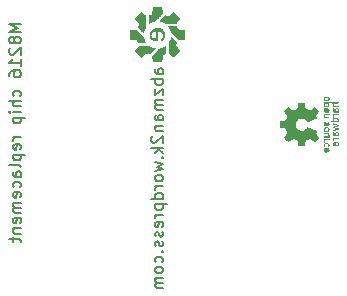
<source format=gbr>
%TF.GenerationSoftware,KiCad,Pcbnew,8.0.4*%
%TF.CreationDate,2024-08-17T03:45:06-04:00*%
%TF.ProjectId,8216 substitute,38323136-2073-4756-9273-746974757465,rev?*%
%TF.SameCoordinates,Original*%
%TF.FileFunction,Legend,Bot*%
%TF.FilePolarity,Positive*%
%FSLAX46Y46*%
G04 Gerber Fmt 4.6, Leading zero omitted, Abs format (unit mm)*
G04 Created by KiCad (PCBNEW 8.0.4) date 2024-08-17 03:45:06*
%MOMM*%
%LPD*%
G01*
G04 APERTURE LIST*
%ADD10C,0.150000*%
%ADD11C,0.000000*%
%ADD12R,1.600000X1.600000*%
%ADD13O,1.600000X1.600000*%
G04 APERTURE END LIST*
D10*
X88084819Y-62995350D02*
X87561009Y-62995350D01*
X87561009Y-62995350D02*
X87465771Y-62947731D01*
X87465771Y-62947731D02*
X87418152Y-62852493D01*
X87418152Y-62852493D02*
X87418152Y-62662017D01*
X87418152Y-62662017D02*
X87465771Y-62566779D01*
X88037200Y-62995350D02*
X88084819Y-62900112D01*
X88084819Y-62900112D02*
X88084819Y-62662017D01*
X88084819Y-62662017D02*
X88037200Y-62566779D01*
X88037200Y-62566779D02*
X87941961Y-62519160D01*
X87941961Y-62519160D02*
X87846723Y-62519160D01*
X87846723Y-62519160D02*
X87751485Y-62566779D01*
X87751485Y-62566779D02*
X87703866Y-62662017D01*
X87703866Y-62662017D02*
X87703866Y-62900112D01*
X87703866Y-62900112D02*
X87656247Y-62995350D01*
X88084819Y-63471541D02*
X87084819Y-63471541D01*
X87465771Y-63471541D02*
X87418152Y-63566779D01*
X87418152Y-63566779D02*
X87418152Y-63757255D01*
X87418152Y-63757255D02*
X87465771Y-63852493D01*
X87465771Y-63852493D02*
X87513390Y-63900112D01*
X87513390Y-63900112D02*
X87608628Y-63947731D01*
X87608628Y-63947731D02*
X87894342Y-63947731D01*
X87894342Y-63947731D02*
X87989580Y-63900112D01*
X87989580Y-63900112D02*
X88037200Y-63852493D01*
X88037200Y-63852493D02*
X88084819Y-63757255D01*
X88084819Y-63757255D02*
X88084819Y-63566779D01*
X88084819Y-63566779D02*
X88037200Y-63471541D01*
X87418152Y-64281065D02*
X87418152Y-64804874D01*
X87418152Y-64804874D02*
X88084819Y-64281065D01*
X88084819Y-64281065D02*
X88084819Y-64804874D01*
X88084819Y-65185827D02*
X87418152Y-65185827D01*
X87513390Y-65185827D02*
X87465771Y-65233446D01*
X87465771Y-65233446D02*
X87418152Y-65328684D01*
X87418152Y-65328684D02*
X87418152Y-65471541D01*
X87418152Y-65471541D02*
X87465771Y-65566779D01*
X87465771Y-65566779D02*
X87561009Y-65614398D01*
X87561009Y-65614398D02*
X88084819Y-65614398D01*
X87561009Y-65614398D02*
X87465771Y-65662017D01*
X87465771Y-65662017D02*
X87418152Y-65757255D01*
X87418152Y-65757255D02*
X87418152Y-65900112D01*
X87418152Y-65900112D02*
X87465771Y-65995351D01*
X87465771Y-65995351D02*
X87561009Y-66042970D01*
X87561009Y-66042970D02*
X88084819Y-66042970D01*
X88084819Y-66947731D02*
X87561009Y-66947731D01*
X87561009Y-66947731D02*
X87465771Y-66900112D01*
X87465771Y-66900112D02*
X87418152Y-66804874D01*
X87418152Y-66804874D02*
X87418152Y-66614398D01*
X87418152Y-66614398D02*
X87465771Y-66519160D01*
X88037200Y-66947731D02*
X88084819Y-66852493D01*
X88084819Y-66852493D02*
X88084819Y-66614398D01*
X88084819Y-66614398D02*
X88037200Y-66519160D01*
X88037200Y-66519160D02*
X87941961Y-66471541D01*
X87941961Y-66471541D02*
X87846723Y-66471541D01*
X87846723Y-66471541D02*
X87751485Y-66519160D01*
X87751485Y-66519160D02*
X87703866Y-66614398D01*
X87703866Y-66614398D02*
X87703866Y-66852493D01*
X87703866Y-66852493D02*
X87656247Y-66947731D01*
X87418152Y-67423922D02*
X88084819Y-67423922D01*
X87513390Y-67423922D02*
X87465771Y-67471541D01*
X87465771Y-67471541D02*
X87418152Y-67566779D01*
X87418152Y-67566779D02*
X87418152Y-67709636D01*
X87418152Y-67709636D02*
X87465771Y-67804874D01*
X87465771Y-67804874D02*
X87561009Y-67852493D01*
X87561009Y-67852493D02*
X88084819Y-67852493D01*
X87180057Y-68281065D02*
X87132438Y-68328684D01*
X87132438Y-68328684D02*
X87084819Y-68423922D01*
X87084819Y-68423922D02*
X87084819Y-68662017D01*
X87084819Y-68662017D02*
X87132438Y-68757255D01*
X87132438Y-68757255D02*
X87180057Y-68804874D01*
X87180057Y-68804874D02*
X87275295Y-68852493D01*
X87275295Y-68852493D02*
X87370533Y-68852493D01*
X87370533Y-68852493D02*
X87513390Y-68804874D01*
X87513390Y-68804874D02*
X88084819Y-68233446D01*
X88084819Y-68233446D02*
X88084819Y-68852493D01*
X88084819Y-69281065D02*
X87084819Y-69281065D01*
X87703866Y-69376303D02*
X88084819Y-69662017D01*
X87418152Y-69662017D02*
X87799104Y-69281065D01*
X87989580Y-70090589D02*
X88037200Y-70138208D01*
X88037200Y-70138208D02*
X88084819Y-70090589D01*
X88084819Y-70090589D02*
X88037200Y-70042970D01*
X88037200Y-70042970D02*
X87989580Y-70090589D01*
X87989580Y-70090589D02*
X88084819Y-70090589D01*
X87418152Y-70471541D02*
X88084819Y-70662017D01*
X88084819Y-70662017D02*
X87608628Y-70852493D01*
X87608628Y-70852493D02*
X88084819Y-71042969D01*
X88084819Y-71042969D02*
X87418152Y-71233445D01*
X88084819Y-71757255D02*
X88037200Y-71662017D01*
X88037200Y-71662017D02*
X87989580Y-71614398D01*
X87989580Y-71614398D02*
X87894342Y-71566779D01*
X87894342Y-71566779D02*
X87608628Y-71566779D01*
X87608628Y-71566779D02*
X87513390Y-71614398D01*
X87513390Y-71614398D02*
X87465771Y-71662017D01*
X87465771Y-71662017D02*
X87418152Y-71757255D01*
X87418152Y-71757255D02*
X87418152Y-71900112D01*
X87418152Y-71900112D02*
X87465771Y-71995350D01*
X87465771Y-71995350D02*
X87513390Y-72042969D01*
X87513390Y-72042969D02*
X87608628Y-72090588D01*
X87608628Y-72090588D02*
X87894342Y-72090588D01*
X87894342Y-72090588D02*
X87989580Y-72042969D01*
X87989580Y-72042969D02*
X88037200Y-71995350D01*
X88037200Y-71995350D02*
X88084819Y-71900112D01*
X88084819Y-71900112D02*
X88084819Y-71757255D01*
X88084819Y-72519160D02*
X87418152Y-72519160D01*
X87608628Y-72519160D02*
X87513390Y-72566779D01*
X87513390Y-72566779D02*
X87465771Y-72614398D01*
X87465771Y-72614398D02*
X87418152Y-72709636D01*
X87418152Y-72709636D02*
X87418152Y-72804874D01*
X88084819Y-73566779D02*
X87084819Y-73566779D01*
X88037200Y-73566779D02*
X88084819Y-73471541D01*
X88084819Y-73471541D02*
X88084819Y-73281065D01*
X88084819Y-73281065D02*
X88037200Y-73185827D01*
X88037200Y-73185827D02*
X87989580Y-73138208D01*
X87989580Y-73138208D02*
X87894342Y-73090589D01*
X87894342Y-73090589D02*
X87608628Y-73090589D01*
X87608628Y-73090589D02*
X87513390Y-73138208D01*
X87513390Y-73138208D02*
X87465771Y-73185827D01*
X87465771Y-73185827D02*
X87418152Y-73281065D01*
X87418152Y-73281065D02*
X87418152Y-73471541D01*
X87418152Y-73471541D02*
X87465771Y-73566779D01*
X87418152Y-74042970D02*
X88418152Y-74042970D01*
X87465771Y-74042970D02*
X87418152Y-74138208D01*
X87418152Y-74138208D02*
X87418152Y-74328684D01*
X87418152Y-74328684D02*
X87465771Y-74423922D01*
X87465771Y-74423922D02*
X87513390Y-74471541D01*
X87513390Y-74471541D02*
X87608628Y-74519160D01*
X87608628Y-74519160D02*
X87894342Y-74519160D01*
X87894342Y-74519160D02*
X87989580Y-74471541D01*
X87989580Y-74471541D02*
X88037200Y-74423922D01*
X88037200Y-74423922D02*
X88084819Y-74328684D01*
X88084819Y-74328684D02*
X88084819Y-74138208D01*
X88084819Y-74138208D02*
X88037200Y-74042970D01*
X88084819Y-74947732D02*
X87418152Y-74947732D01*
X87608628Y-74947732D02*
X87513390Y-74995351D01*
X87513390Y-74995351D02*
X87465771Y-75042970D01*
X87465771Y-75042970D02*
X87418152Y-75138208D01*
X87418152Y-75138208D02*
X87418152Y-75233446D01*
X88037200Y-75947732D02*
X88084819Y-75852494D01*
X88084819Y-75852494D02*
X88084819Y-75662018D01*
X88084819Y-75662018D02*
X88037200Y-75566780D01*
X88037200Y-75566780D02*
X87941961Y-75519161D01*
X87941961Y-75519161D02*
X87561009Y-75519161D01*
X87561009Y-75519161D02*
X87465771Y-75566780D01*
X87465771Y-75566780D02*
X87418152Y-75662018D01*
X87418152Y-75662018D02*
X87418152Y-75852494D01*
X87418152Y-75852494D02*
X87465771Y-75947732D01*
X87465771Y-75947732D02*
X87561009Y-75995351D01*
X87561009Y-75995351D02*
X87656247Y-75995351D01*
X87656247Y-75995351D02*
X87751485Y-75519161D01*
X88037200Y-76376304D02*
X88084819Y-76471542D01*
X88084819Y-76471542D02*
X88084819Y-76662018D01*
X88084819Y-76662018D02*
X88037200Y-76757256D01*
X88037200Y-76757256D02*
X87941961Y-76804875D01*
X87941961Y-76804875D02*
X87894342Y-76804875D01*
X87894342Y-76804875D02*
X87799104Y-76757256D01*
X87799104Y-76757256D02*
X87751485Y-76662018D01*
X87751485Y-76662018D02*
X87751485Y-76519161D01*
X87751485Y-76519161D02*
X87703866Y-76423923D01*
X87703866Y-76423923D02*
X87608628Y-76376304D01*
X87608628Y-76376304D02*
X87561009Y-76376304D01*
X87561009Y-76376304D02*
X87465771Y-76423923D01*
X87465771Y-76423923D02*
X87418152Y-76519161D01*
X87418152Y-76519161D02*
X87418152Y-76662018D01*
X87418152Y-76662018D02*
X87465771Y-76757256D01*
X88037200Y-77185828D02*
X88084819Y-77281066D01*
X88084819Y-77281066D02*
X88084819Y-77471542D01*
X88084819Y-77471542D02*
X88037200Y-77566780D01*
X88037200Y-77566780D02*
X87941961Y-77614399D01*
X87941961Y-77614399D02*
X87894342Y-77614399D01*
X87894342Y-77614399D02*
X87799104Y-77566780D01*
X87799104Y-77566780D02*
X87751485Y-77471542D01*
X87751485Y-77471542D02*
X87751485Y-77328685D01*
X87751485Y-77328685D02*
X87703866Y-77233447D01*
X87703866Y-77233447D02*
X87608628Y-77185828D01*
X87608628Y-77185828D02*
X87561009Y-77185828D01*
X87561009Y-77185828D02*
X87465771Y-77233447D01*
X87465771Y-77233447D02*
X87418152Y-77328685D01*
X87418152Y-77328685D02*
X87418152Y-77471542D01*
X87418152Y-77471542D02*
X87465771Y-77566780D01*
X87989580Y-78042971D02*
X88037200Y-78090590D01*
X88037200Y-78090590D02*
X88084819Y-78042971D01*
X88084819Y-78042971D02*
X88037200Y-77995352D01*
X88037200Y-77995352D02*
X87989580Y-78042971D01*
X87989580Y-78042971D02*
X88084819Y-78042971D01*
X88037200Y-78947732D02*
X88084819Y-78852494D01*
X88084819Y-78852494D02*
X88084819Y-78662018D01*
X88084819Y-78662018D02*
X88037200Y-78566780D01*
X88037200Y-78566780D02*
X87989580Y-78519161D01*
X87989580Y-78519161D02*
X87894342Y-78471542D01*
X87894342Y-78471542D02*
X87608628Y-78471542D01*
X87608628Y-78471542D02*
X87513390Y-78519161D01*
X87513390Y-78519161D02*
X87465771Y-78566780D01*
X87465771Y-78566780D02*
X87418152Y-78662018D01*
X87418152Y-78662018D02*
X87418152Y-78852494D01*
X87418152Y-78852494D02*
X87465771Y-78947732D01*
X88084819Y-79519161D02*
X88037200Y-79423923D01*
X88037200Y-79423923D02*
X87989580Y-79376304D01*
X87989580Y-79376304D02*
X87894342Y-79328685D01*
X87894342Y-79328685D02*
X87608628Y-79328685D01*
X87608628Y-79328685D02*
X87513390Y-79376304D01*
X87513390Y-79376304D02*
X87465771Y-79423923D01*
X87465771Y-79423923D02*
X87418152Y-79519161D01*
X87418152Y-79519161D02*
X87418152Y-79662018D01*
X87418152Y-79662018D02*
X87465771Y-79757256D01*
X87465771Y-79757256D02*
X87513390Y-79804875D01*
X87513390Y-79804875D02*
X87608628Y-79852494D01*
X87608628Y-79852494D02*
X87894342Y-79852494D01*
X87894342Y-79852494D02*
X87989580Y-79804875D01*
X87989580Y-79804875D02*
X88037200Y-79757256D01*
X88037200Y-79757256D02*
X88084819Y-79662018D01*
X88084819Y-79662018D02*
X88084819Y-79519161D01*
X88084819Y-80281066D02*
X87418152Y-80281066D01*
X87513390Y-80281066D02*
X87465771Y-80328685D01*
X87465771Y-80328685D02*
X87418152Y-80423923D01*
X87418152Y-80423923D02*
X87418152Y-80566780D01*
X87418152Y-80566780D02*
X87465771Y-80662018D01*
X87465771Y-80662018D02*
X87561009Y-80709637D01*
X87561009Y-80709637D02*
X88084819Y-80709637D01*
X87561009Y-80709637D02*
X87465771Y-80757256D01*
X87465771Y-80757256D02*
X87418152Y-80852494D01*
X87418152Y-80852494D02*
X87418152Y-80995351D01*
X87418152Y-80995351D02*
X87465771Y-81090590D01*
X87465771Y-81090590D02*
X87561009Y-81138209D01*
X87561009Y-81138209D02*
X88084819Y-81138209D01*
X76069819Y-58756779D02*
X75069819Y-58756779D01*
X75069819Y-58756779D02*
X75784104Y-59090112D01*
X75784104Y-59090112D02*
X75069819Y-59423445D01*
X75069819Y-59423445D02*
X76069819Y-59423445D01*
X75498390Y-60042493D02*
X75450771Y-59947255D01*
X75450771Y-59947255D02*
X75403152Y-59899636D01*
X75403152Y-59899636D02*
X75307914Y-59852017D01*
X75307914Y-59852017D02*
X75260295Y-59852017D01*
X75260295Y-59852017D02*
X75165057Y-59899636D01*
X75165057Y-59899636D02*
X75117438Y-59947255D01*
X75117438Y-59947255D02*
X75069819Y-60042493D01*
X75069819Y-60042493D02*
X75069819Y-60232969D01*
X75069819Y-60232969D02*
X75117438Y-60328207D01*
X75117438Y-60328207D02*
X75165057Y-60375826D01*
X75165057Y-60375826D02*
X75260295Y-60423445D01*
X75260295Y-60423445D02*
X75307914Y-60423445D01*
X75307914Y-60423445D02*
X75403152Y-60375826D01*
X75403152Y-60375826D02*
X75450771Y-60328207D01*
X75450771Y-60328207D02*
X75498390Y-60232969D01*
X75498390Y-60232969D02*
X75498390Y-60042493D01*
X75498390Y-60042493D02*
X75546009Y-59947255D01*
X75546009Y-59947255D02*
X75593628Y-59899636D01*
X75593628Y-59899636D02*
X75688866Y-59852017D01*
X75688866Y-59852017D02*
X75879342Y-59852017D01*
X75879342Y-59852017D02*
X75974580Y-59899636D01*
X75974580Y-59899636D02*
X76022200Y-59947255D01*
X76022200Y-59947255D02*
X76069819Y-60042493D01*
X76069819Y-60042493D02*
X76069819Y-60232969D01*
X76069819Y-60232969D02*
X76022200Y-60328207D01*
X76022200Y-60328207D02*
X75974580Y-60375826D01*
X75974580Y-60375826D02*
X75879342Y-60423445D01*
X75879342Y-60423445D02*
X75688866Y-60423445D01*
X75688866Y-60423445D02*
X75593628Y-60375826D01*
X75593628Y-60375826D02*
X75546009Y-60328207D01*
X75546009Y-60328207D02*
X75498390Y-60232969D01*
X75165057Y-60804398D02*
X75117438Y-60852017D01*
X75117438Y-60852017D02*
X75069819Y-60947255D01*
X75069819Y-60947255D02*
X75069819Y-61185350D01*
X75069819Y-61185350D02*
X75117438Y-61280588D01*
X75117438Y-61280588D02*
X75165057Y-61328207D01*
X75165057Y-61328207D02*
X75260295Y-61375826D01*
X75260295Y-61375826D02*
X75355533Y-61375826D01*
X75355533Y-61375826D02*
X75498390Y-61328207D01*
X75498390Y-61328207D02*
X76069819Y-60756779D01*
X76069819Y-60756779D02*
X76069819Y-61375826D01*
X76069819Y-62328207D02*
X76069819Y-61756779D01*
X76069819Y-62042493D02*
X75069819Y-62042493D01*
X75069819Y-62042493D02*
X75212676Y-61947255D01*
X75212676Y-61947255D02*
X75307914Y-61852017D01*
X75307914Y-61852017D02*
X75355533Y-61756779D01*
X75069819Y-63185350D02*
X75069819Y-62994874D01*
X75069819Y-62994874D02*
X75117438Y-62899636D01*
X75117438Y-62899636D02*
X75165057Y-62852017D01*
X75165057Y-62852017D02*
X75307914Y-62756779D01*
X75307914Y-62756779D02*
X75498390Y-62709160D01*
X75498390Y-62709160D02*
X75879342Y-62709160D01*
X75879342Y-62709160D02*
X75974580Y-62756779D01*
X75974580Y-62756779D02*
X76022200Y-62804398D01*
X76022200Y-62804398D02*
X76069819Y-62899636D01*
X76069819Y-62899636D02*
X76069819Y-63090112D01*
X76069819Y-63090112D02*
X76022200Y-63185350D01*
X76022200Y-63185350D02*
X75974580Y-63232969D01*
X75974580Y-63232969D02*
X75879342Y-63280588D01*
X75879342Y-63280588D02*
X75641247Y-63280588D01*
X75641247Y-63280588D02*
X75546009Y-63232969D01*
X75546009Y-63232969D02*
X75498390Y-63185350D01*
X75498390Y-63185350D02*
X75450771Y-63090112D01*
X75450771Y-63090112D02*
X75450771Y-62899636D01*
X75450771Y-62899636D02*
X75498390Y-62804398D01*
X75498390Y-62804398D02*
X75546009Y-62756779D01*
X75546009Y-62756779D02*
X75641247Y-62709160D01*
X76022200Y-64899636D02*
X76069819Y-64804398D01*
X76069819Y-64804398D02*
X76069819Y-64613922D01*
X76069819Y-64613922D02*
X76022200Y-64518684D01*
X76022200Y-64518684D02*
X75974580Y-64471065D01*
X75974580Y-64471065D02*
X75879342Y-64423446D01*
X75879342Y-64423446D02*
X75593628Y-64423446D01*
X75593628Y-64423446D02*
X75498390Y-64471065D01*
X75498390Y-64471065D02*
X75450771Y-64518684D01*
X75450771Y-64518684D02*
X75403152Y-64613922D01*
X75403152Y-64613922D02*
X75403152Y-64804398D01*
X75403152Y-64804398D02*
X75450771Y-64899636D01*
X76069819Y-65328208D02*
X75069819Y-65328208D01*
X76069819Y-65756779D02*
X75546009Y-65756779D01*
X75546009Y-65756779D02*
X75450771Y-65709160D01*
X75450771Y-65709160D02*
X75403152Y-65613922D01*
X75403152Y-65613922D02*
X75403152Y-65471065D01*
X75403152Y-65471065D02*
X75450771Y-65375827D01*
X75450771Y-65375827D02*
X75498390Y-65328208D01*
X76069819Y-66232970D02*
X75403152Y-66232970D01*
X75069819Y-66232970D02*
X75117438Y-66185351D01*
X75117438Y-66185351D02*
X75165057Y-66232970D01*
X75165057Y-66232970D02*
X75117438Y-66280589D01*
X75117438Y-66280589D02*
X75069819Y-66232970D01*
X75069819Y-66232970D02*
X75165057Y-66232970D01*
X75403152Y-66709160D02*
X76403152Y-66709160D01*
X75450771Y-66709160D02*
X75403152Y-66804398D01*
X75403152Y-66804398D02*
X75403152Y-66994874D01*
X75403152Y-66994874D02*
X75450771Y-67090112D01*
X75450771Y-67090112D02*
X75498390Y-67137731D01*
X75498390Y-67137731D02*
X75593628Y-67185350D01*
X75593628Y-67185350D02*
X75879342Y-67185350D01*
X75879342Y-67185350D02*
X75974580Y-67137731D01*
X75974580Y-67137731D02*
X76022200Y-67090112D01*
X76022200Y-67090112D02*
X76069819Y-66994874D01*
X76069819Y-66994874D02*
X76069819Y-66804398D01*
X76069819Y-66804398D02*
X76022200Y-66709160D01*
X76069819Y-68375827D02*
X75403152Y-68375827D01*
X75593628Y-68375827D02*
X75498390Y-68423446D01*
X75498390Y-68423446D02*
X75450771Y-68471065D01*
X75450771Y-68471065D02*
X75403152Y-68566303D01*
X75403152Y-68566303D02*
X75403152Y-68661541D01*
X76022200Y-69375827D02*
X76069819Y-69280589D01*
X76069819Y-69280589D02*
X76069819Y-69090113D01*
X76069819Y-69090113D02*
X76022200Y-68994875D01*
X76022200Y-68994875D02*
X75926961Y-68947256D01*
X75926961Y-68947256D02*
X75546009Y-68947256D01*
X75546009Y-68947256D02*
X75450771Y-68994875D01*
X75450771Y-68994875D02*
X75403152Y-69090113D01*
X75403152Y-69090113D02*
X75403152Y-69280589D01*
X75403152Y-69280589D02*
X75450771Y-69375827D01*
X75450771Y-69375827D02*
X75546009Y-69423446D01*
X75546009Y-69423446D02*
X75641247Y-69423446D01*
X75641247Y-69423446D02*
X75736485Y-68947256D01*
X75403152Y-69852018D02*
X76403152Y-69852018D01*
X75450771Y-69852018D02*
X75403152Y-69947256D01*
X75403152Y-69947256D02*
X75403152Y-70137732D01*
X75403152Y-70137732D02*
X75450771Y-70232970D01*
X75450771Y-70232970D02*
X75498390Y-70280589D01*
X75498390Y-70280589D02*
X75593628Y-70328208D01*
X75593628Y-70328208D02*
X75879342Y-70328208D01*
X75879342Y-70328208D02*
X75974580Y-70280589D01*
X75974580Y-70280589D02*
X76022200Y-70232970D01*
X76022200Y-70232970D02*
X76069819Y-70137732D01*
X76069819Y-70137732D02*
X76069819Y-69947256D01*
X76069819Y-69947256D02*
X76022200Y-69852018D01*
X76069819Y-70899637D02*
X76022200Y-70804399D01*
X76022200Y-70804399D02*
X75926961Y-70756780D01*
X75926961Y-70756780D02*
X75069819Y-70756780D01*
X76069819Y-71709161D02*
X75546009Y-71709161D01*
X75546009Y-71709161D02*
X75450771Y-71661542D01*
X75450771Y-71661542D02*
X75403152Y-71566304D01*
X75403152Y-71566304D02*
X75403152Y-71375828D01*
X75403152Y-71375828D02*
X75450771Y-71280590D01*
X76022200Y-71709161D02*
X76069819Y-71613923D01*
X76069819Y-71613923D02*
X76069819Y-71375828D01*
X76069819Y-71375828D02*
X76022200Y-71280590D01*
X76022200Y-71280590D02*
X75926961Y-71232971D01*
X75926961Y-71232971D02*
X75831723Y-71232971D01*
X75831723Y-71232971D02*
X75736485Y-71280590D01*
X75736485Y-71280590D02*
X75688866Y-71375828D01*
X75688866Y-71375828D02*
X75688866Y-71613923D01*
X75688866Y-71613923D02*
X75641247Y-71709161D01*
X76022200Y-72613923D02*
X76069819Y-72518685D01*
X76069819Y-72518685D02*
X76069819Y-72328209D01*
X76069819Y-72328209D02*
X76022200Y-72232971D01*
X76022200Y-72232971D02*
X75974580Y-72185352D01*
X75974580Y-72185352D02*
X75879342Y-72137733D01*
X75879342Y-72137733D02*
X75593628Y-72137733D01*
X75593628Y-72137733D02*
X75498390Y-72185352D01*
X75498390Y-72185352D02*
X75450771Y-72232971D01*
X75450771Y-72232971D02*
X75403152Y-72328209D01*
X75403152Y-72328209D02*
X75403152Y-72518685D01*
X75403152Y-72518685D02*
X75450771Y-72613923D01*
X76022200Y-73423447D02*
X76069819Y-73328209D01*
X76069819Y-73328209D02*
X76069819Y-73137733D01*
X76069819Y-73137733D02*
X76022200Y-73042495D01*
X76022200Y-73042495D02*
X75926961Y-72994876D01*
X75926961Y-72994876D02*
X75546009Y-72994876D01*
X75546009Y-72994876D02*
X75450771Y-73042495D01*
X75450771Y-73042495D02*
X75403152Y-73137733D01*
X75403152Y-73137733D02*
X75403152Y-73328209D01*
X75403152Y-73328209D02*
X75450771Y-73423447D01*
X75450771Y-73423447D02*
X75546009Y-73471066D01*
X75546009Y-73471066D02*
X75641247Y-73471066D01*
X75641247Y-73471066D02*
X75736485Y-72994876D01*
X76069819Y-73899638D02*
X75403152Y-73899638D01*
X75498390Y-73899638D02*
X75450771Y-73947257D01*
X75450771Y-73947257D02*
X75403152Y-74042495D01*
X75403152Y-74042495D02*
X75403152Y-74185352D01*
X75403152Y-74185352D02*
X75450771Y-74280590D01*
X75450771Y-74280590D02*
X75546009Y-74328209D01*
X75546009Y-74328209D02*
X76069819Y-74328209D01*
X75546009Y-74328209D02*
X75450771Y-74375828D01*
X75450771Y-74375828D02*
X75403152Y-74471066D01*
X75403152Y-74471066D02*
X75403152Y-74613923D01*
X75403152Y-74613923D02*
X75450771Y-74709162D01*
X75450771Y-74709162D02*
X75546009Y-74756781D01*
X75546009Y-74756781D02*
X76069819Y-74756781D01*
X76022200Y-75613923D02*
X76069819Y-75518685D01*
X76069819Y-75518685D02*
X76069819Y-75328209D01*
X76069819Y-75328209D02*
X76022200Y-75232971D01*
X76022200Y-75232971D02*
X75926961Y-75185352D01*
X75926961Y-75185352D02*
X75546009Y-75185352D01*
X75546009Y-75185352D02*
X75450771Y-75232971D01*
X75450771Y-75232971D02*
X75403152Y-75328209D01*
X75403152Y-75328209D02*
X75403152Y-75518685D01*
X75403152Y-75518685D02*
X75450771Y-75613923D01*
X75450771Y-75613923D02*
X75546009Y-75661542D01*
X75546009Y-75661542D02*
X75641247Y-75661542D01*
X75641247Y-75661542D02*
X75736485Y-75185352D01*
X75403152Y-76090114D02*
X76069819Y-76090114D01*
X75498390Y-76090114D02*
X75450771Y-76137733D01*
X75450771Y-76137733D02*
X75403152Y-76232971D01*
X75403152Y-76232971D02*
X75403152Y-76375828D01*
X75403152Y-76375828D02*
X75450771Y-76471066D01*
X75450771Y-76471066D02*
X75546009Y-76518685D01*
X75546009Y-76518685D02*
X76069819Y-76518685D01*
X75403152Y-76852019D02*
X75403152Y-77232971D01*
X75069819Y-76994876D02*
X75926961Y-76994876D01*
X75926961Y-76994876D02*
X76022200Y-77042495D01*
X76022200Y-77042495D02*
X76069819Y-77137733D01*
X76069819Y-77137733D02*
X76069819Y-77232971D01*
D11*
%TO.C,REF\u002A\u002A*%
G36*
X102974142Y-68493453D02*
G01*
X102810039Y-68493463D01*
X102777224Y-68493496D01*
X102733535Y-68493717D01*
X102699778Y-68494228D01*
X102674369Y-68495122D01*
X102655722Y-68496493D01*
X102642252Y-68498435D01*
X102632373Y-68501040D01*
X102624500Y-68504403D01*
X102609068Y-68514311D01*
X102588070Y-68538045D01*
X102576531Y-68567037D01*
X102575303Y-68598559D01*
X102585240Y-68629886D01*
X102597999Y-68654364D01*
X102554124Y-68690459D01*
X102553175Y-68691238D01*
X102531770Y-68708207D01*
X102517657Y-68717648D01*
X102509061Y-68720535D01*
X102504204Y-68717843D01*
X102485357Y-68681815D01*
X102475169Y-68639208D01*
X102475578Y-68595481D01*
X102486534Y-68553298D01*
X102507988Y-68515321D01*
X102524667Y-68493453D01*
X102480270Y-68493453D01*
X102480270Y-68393429D01*
X102974142Y-68393429D01*
X102974142Y-68493453D01*
G37*
G36*
X102974142Y-66486710D02*
G01*
X102812926Y-66486710D01*
X102791611Y-66486715D01*
X102746913Y-66486815D01*
X102712357Y-66487138D01*
X102686261Y-66487809D01*
X102666943Y-66488955D01*
X102652721Y-66490699D01*
X102641914Y-66493167D01*
X102632840Y-66496484D01*
X102623817Y-66500776D01*
X102603585Y-66514754D01*
X102584586Y-66539369D01*
X102574808Y-66568497D01*
X102575101Y-66599231D01*
X102586317Y-66628668D01*
X102598544Y-66648722D01*
X102556803Y-66683369D01*
X102548894Y-66689857D01*
X102530578Y-66704262D01*
X102516734Y-66714268D01*
X102509881Y-66718017D01*
X102506149Y-66714795D01*
X102498475Y-66702879D01*
X102489421Y-66685196D01*
X102483862Y-66671762D01*
X102474366Y-66629478D01*
X102475743Y-66586970D01*
X102487687Y-66546835D01*
X102509893Y-66511668D01*
X102531257Y-66486710D01*
X102480270Y-66486710D01*
X102480270Y-66386685D01*
X102974142Y-66386685D01*
X102974142Y-66486710D01*
G37*
G36*
X102191389Y-68563783D02*
G01*
X102189574Y-68615358D01*
X102017656Y-68618484D01*
X101991202Y-68618971D01*
X101943142Y-68619988D01*
X101905390Y-68621216D01*
X101876452Y-68622949D01*
X101854833Y-68625478D01*
X101839041Y-68629098D01*
X101827579Y-68634101D01*
X101818956Y-68640780D01*
X101811676Y-68649428D01*
X101804246Y-68660338D01*
X101797010Y-68676933D01*
X101792959Y-68704043D01*
X101794874Y-68732733D01*
X101802832Y-68757670D01*
X101813064Y-68777455D01*
X101785641Y-68801467D01*
X101774283Y-68811241D01*
X101755833Y-68826532D01*
X101741562Y-68837678D01*
X101724907Y-68849878D01*
X101712199Y-68829316D01*
X101699372Y-68801841D01*
X101691264Y-68764453D01*
X101691043Y-68725542D01*
X101698371Y-68688153D01*
X101712909Y-68655333D01*
X101734320Y-68630127D01*
X101735259Y-68629343D01*
X101739597Y-68624070D01*
X101735191Y-68620962D01*
X101720178Y-68618484D01*
X101695702Y-68615358D01*
X101693886Y-68563783D01*
X101692071Y-68512208D01*
X102193205Y-68512208D01*
X102191389Y-68563783D01*
G37*
G36*
X101880122Y-68008991D02*
G01*
X101886549Y-68008993D01*
X101938265Y-68009044D01*
X101979214Y-68009238D01*
X102010961Y-68009681D01*
X102035070Y-68010476D01*
X102053106Y-68011727D01*
X102066633Y-68013541D01*
X102077214Y-68016020D01*
X102086416Y-68019269D01*
X102095800Y-68023393D01*
X102113351Y-68032553D01*
X102149623Y-68060805D01*
X102176416Y-68096960D01*
X102193085Y-68140241D01*
X102195067Y-68149845D01*
X102196069Y-68191480D01*
X102185695Y-68233906D01*
X102164428Y-68274857D01*
X102143532Y-68305907D01*
X102192699Y-68305907D01*
X102192699Y-68405932D01*
X101692576Y-68405932D01*
X101692576Y-68305907D01*
X101853792Y-68305907D01*
X101875246Y-68305902D01*
X101919909Y-68305802D01*
X101954433Y-68305479D01*
X101980499Y-68304807D01*
X101999786Y-68303662D01*
X102013975Y-68301917D01*
X102024747Y-68299449D01*
X102033781Y-68296132D01*
X102042758Y-68291841D01*
X102051165Y-68287190D01*
X102075405Y-68266472D01*
X102089332Y-68239353D01*
X102093623Y-68204673D01*
X102093516Y-68199789D01*
X102088875Y-68171911D01*
X102075964Y-68149279D01*
X102052772Y-68128125D01*
X102049771Y-68125989D01*
X102043660Y-68122603D01*
X102035696Y-68119972D01*
X102024358Y-68117977D01*
X102008124Y-68116500D01*
X101985472Y-68115421D01*
X101954882Y-68114621D01*
X101914832Y-68113984D01*
X101863801Y-68113388D01*
X101692080Y-68111542D01*
X101693891Y-68060250D01*
X101695702Y-68008959D01*
X101880122Y-68008991D01*
G37*
G36*
X102192699Y-66467048D02*
G01*
X102025471Y-66469064D01*
X101988971Y-66469519D01*
X101946664Y-66470157D01*
X101914133Y-66470913D01*
X101889778Y-66471926D01*
X101872000Y-66473337D01*
X101859198Y-66475285D01*
X101849772Y-66477910D01*
X101842121Y-66481351D01*
X101834647Y-66485750D01*
X101830315Y-66488562D01*
X101808564Y-66508815D01*
X101796392Y-66534599D01*
X101792601Y-66568267D01*
X101796543Y-66600659D01*
X101809619Y-66627029D01*
X101832520Y-66646839D01*
X101838960Y-66650196D01*
X101847533Y-66653091D01*
X101859329Y-66655367D01*
X101875894Y-66657147D01*
X101898775Y-66658552D01*
X101929519Y-66659707D01*
X101969673Y-66660733D01*
X102020782Y-66661753D01*
X102189574Y-66664878D01*
X102191397Y-66716945D01*
X102193221Y-66769011D01*
X102006977Y-66766957D01*
X102004365Y-66766928D01*
X101951513Y-66766304D01*
X101909537Y-66765655D01*
X101876882Y-66764862D01*
X101851989Y-66763809D01*
X101833302Y-66762376D01*
X101819264Y-66760447D01*
X101808319Y-66757903D01*
X101798908Y-66754628D01*
X101789475Y-66750502D01*
X101756803Y-66731964D01*
X101728962Y-66706013D01*
X101706597Y-66671130D01*
X101702890Y-66663260D01*
X101692660Y-66627600D01*
X101690350Y-66589405D01*
X101695578Y-66551996D01*
X101707961Y-66518692D01*
X101727117Y-66492813D01*
X101736278Y-66483507D01*
X101741474Y-66474009D01*
X101735407Y-66469254D01*
X101717582Y-66467955D01*
X101692576Y-66467955D01*
X101692576Y-66367930D01*
X102192699Y-66367930D01*
X102192699Y-66467048D01*
G37*
G36*
X102011403Y-65881226D02*
G01*
X102059778Y-65893365D01*
X102102508Y-65912402D01*
X102137221Y-65938367D01*
X102156727Y-65961531D01*
X102178652Y-66000610D01*
X102192493Y-66043674D01*
X102195589Y-66071465D01*
X102194544Y-66110099D01*
X102188892Y-66149738D01*
X102179154Y-66184859D01*
X102172840Y-66198831D01*
X102157785Y-66224030D01*
X102140744Y-66246015D01*
X102114555Y-66274507D01*
X102084963Y-66238646D01*
X102078272Y-66230488D01*
X102066140Y-66214742D01*
X102060620Y-66204596D01*
X102060566Y-66197279D01*
X102064830Y-66190022D01*
X102067053Y-66186954D01*
X102087370Y-66149337D01*
X102097612Y-66109465D01*
X102097417Y-66069967D01*
X102086423Y-66033472D01*
X102067809Y-66008274D01*
X102039448Y-65989020D01*
X102003590Y-65977690D01*
X101980147Y-65973517D01*
X101980147Y-66286660D01*
X101941075Y-66286613D01*
X101916708Y-66286118D01*
X101863185Y-66280672D01*
X101818372Y-66268758D01*
X101780537Y-66249806D01*
X101747943Y-66223248D01*
X101725267Y-66195875D01*
X101703822Y-66154945D01*
X101692090Y-66110606D01*
X101690310Y-66069657D01*
X101786519Y-66069657D01*
X101788272Y-66101572D01*
X101797948Y-66130314D01*
X101809431Y-66145353D01*
X101831413Y-66162825D01*
X101856957Y-66175497D01*
X101881106Y-66180384D01*
X101898877Y-66180384D01*
X101898877Y-65974396D01*
X101878559Y-65978064D01*
X101853139Y-65984954D01*
X101822375Y-66001174D01*
X101800498Y-66023457D01*
X101792572Y-66039529D01*
X101786519Y-66069657D01*
X101690310Y-66069657D01*
X101690110Y-66065065D01*
X101697921Y-66020530D01*
X101715560Y-65979210D01*
X101743066Y-65943310D01*
X101767851Y-65922956D01*
X101808879Y-65901052D01*
X101856120Y-65885898D01*
X101898877Y-65878887D01*
X101907202Y-65877522D01*
X101959753Y-65875955D01*
X102011403Y-65881226D01*
G37*
G36*
X102800241Y-68734679D02*
G01*
X102847606Y-68747146D01*
X102886620Y-68765664D01*
X102908020Y-68780522D01*
X102935253Y-68806431D01*
X102955690Y-68837726D01*
X102972007Y-68877923D01*
X102976959Y-68899966D01*
X102979382Y-68936060D01*
X102977258Y-68975252D01*
X102970913Y-69012778D01*
X102960673Y-69043874D01*
X102957733Y-69049965D01*
X102945752Y-69071083D01*
X102931902Y-69091571D01*
X102918172Y-69108856D01*
X102906552Y-69120367D01*
X102899034Y-69123532D01*
X102898875Y-69123459D01*
X102892403Y-69117629D01*
X102880540Y-69104935D01*
X102865730Y-69087986D01*
X102837056Y-69054238D01*
X102852407Y-69035995D01*
X102865886Y-69014458D01*
X102877331Y-68984212D01*
X102883707Y-68952469D01*
X102883480Y-68924725D01*
X102872592Y-68891607D01*
X102852562Y-68863404D01*
X102825623Y-68843114D01*
X102793869Y-68832881D01*
X102767841Y-68829390D01*
X102767841Y-69138935D01*
X102696614Y-69136209D01*
X102691541Y-69136011D01*
X102660679Y-69134438D01*
X102638147Y-69132107D01*
X102620273Y-69128263D01*
X102603387Y-69122152D01*
X102583818Y-69113018D01*
X102548003Y-69091092D01*
X102514114Y-69058023D01*
X102490544Y-69018082D01*
X102477540Y-68971710D01*
X102476296Y-68941966D01*
X102569018Y-68941966D01*
X102576796Y-68974566D01*
X102595070Y-69001258D01*
X102623065Y-69021101D01*
X102660002Y-69033153D01*
X102680319Y-69037025D01*
X102680319Y-68829390D01*
X102654291Y-68832881D01*
X102623457Y-68842077D01*
X102596790Y-68861438D01*
X102578245Y-68889037D01*
X102569355Y-68923241D01*
X102569018Y-68941966D01*
X102476296Y-68941966D01*
X102475350Y-68919350D01*
X102475805Y-68913082D01*
X102485520Y-68864579D01*
X102505551Y-68822859D01*
X102535514Y-68788275D01*
X102575021Y-68761181D01*
X102623687Y-68741929D01*
X102680319Y-68731029D01*
X102681127Y-68730873D01*
X102691822Y-68729827D01*
X102747366Y-68728746D01*
X102800241Y-68734679D01*
G37*
G36*
X101972803Y-69268707D02*
G01*
X102007157Y-69271170D01*
X102033747Y-69275458D01*
X102072519Y-69288061D01*
X102116502Y-69312456D01*
X102151402Y-69345206D01*
X102176852Y-69385946D01*
X102192486Y-69434310D01*
X102193073Y-69437288D01*
X102197204Y-69491263D01*
X102189565Y-69544610D01*
X102170719Y-69595076D01*
X102141225Y-69640408D01*
X102135660Y-69646889D01*
X102124646Y-69658068D01*
X102117985Y-69662491D01*
X102117744Y-69662460D01*
X102110957Y-69657369D01*
X102098876Y-69645251D01*
X102083948Y-69628546D01*
X102054947Y-69594601D01*
X102070302Y-69571974D01*
X102072628Y-69568423D01*
X102084402Y-69547261D01*
X102092995Y-69527113D01*
X102095564Y-69517253D01*
X102098291Y-69489839D01*
X102096734Y-69460307D01*
X102091333Y-69433412D01*
X102082526Y-69413908D01*
X102066568Y-69398342D01*
X102043601Y-69383648D01*
X102018922Y-69372861D01*
X101997577Y-69368669D01*
X101980147Y-69368669D01*
X101980147Y-69676344D01*
X101909817Y-69673780D01*
X101864496Y-69670575D01*
X101827509Y-69663797D01*
X101797229Y-69652428D01*
X101770849Y-69635407D01*
X101745567Y-69611674D01*
X101717172Y-69574074D01*
X101697255Y-69529254D01*
X101688978Y-69481550D01*
X101689688Y-69472360D01*
X101786349Y-69472360D01*
X101786546Y-69479209D01*
X101794137Y-69512825D01*
X101812089Y-69540186D01*
X101839491Y-69560272D01*
X101875434Y-69572067D01*
X101898877Y-69576361D01*
X101898877Y-69368669D01*
X101881106Y-69368669D01*
X101862564Y-69371708D01*
X101836902Y-69382923D01*
X101813711Y-69399595D01*
X101797948Y-69418739D01*
X101797476Y-69419638D01*
X101789398Y-69443855D01*
X101786349Y-69472360D01*
X101689688Y-69472360D01*
X101692773Y-69432425D01*
X101706069Y-69389829D01*
X101730411Y-69349327D01*
X101764558Y-69316397D01*
X101808273Y-69291264D01*
X101861315Y-69274152D01*
X101869272Y-69272618D01*
X101898877Y-69269436D01*
X101899250Y-69269396D01*
X101935297Y-69268104D01*
X101972803Y-69268707D01*
G37*
G36*
X102001336Y-68842901D02*
G01*
X102051884Y-68855478D01*
X102096132Y-68875513D01*
X102131840Y-68902441D01*
X102137978Y-68908845D01*
X102162355Y-68941956D01*
X102181549Y-68980242D01*
X102192645Y-69018155D01*
X102196172Y-69042136D01*
X102197686Y-69069828D01*
X102194852Y-69095059D01*
X102187397Y-69123359D01*
X102183316Y-69135171D01*
X102167051Y-69170250D01*
X102146525Y-69202613D01*
X102124660Y-69227415D01*
X102115586Y-69234842D01*
X102108291Y-69235390D01*
X102098237Y-69227415D01*
X102094436Y-69223780D01*
X102080822Y-69209163D01*
X102066560Y-69192196D01*
X102048074Y-69168886D01*
X102065201Y-69146431D01*
X102068805Y-69141490D01*
X102086195Y-69107480D01*
X102093609Y-69071589D01*
X102091450Y-69036125D01*
X102080127Y-69003393D01*
X102060042Y-68975699D01*
X102031603Y-68955350D01*
X102030022Y-68954582D01*
X102013169Y-68947627D01*
X101995600Y-68943459D01*
X101973396Y-68941442D01*
X101942638Y-68940942D01*
X101933693Y-68940981D01*
X101906112Y-68941809D01*
X101886006Y-68944233D01*
X101869409Y-68948943D01*
X101852352Y-68956626D01*
X101826933Y-68973262D01*
X101806578Y-68998126D01*
X101795764Y-69029947D01*
X101793874Y-69069919D01*
X101794607Y-69081175D01*
X101797864Y-69103736D01*
X101804532Y-69121687D01*
X101816414Y-69140685D01*
X101836720Y-69169494D01*
X101818475Y-69192500D01*
X101813817Y-69198241D01*
X101799204Y-69215005D01*
X101786973Y-69227474D01*
X101784922Y-69229318D01*
X101776257Y-69235598D01*
X101769039Y-69234229D01*
X101758032Y-69224709D01*
X101755203Y-69221971D01*
X101730529Y-69191172D01*
X101709664Y-69153088D01*
X101695221Y-69112394D01*
X101692751Y-69102326D01*
X101688625Y-69078667D01*
X101688468Y-69056588D01*
X101692016Y-69029287D01*
X101700825Y-68991166D01*
X101720875Y-68944324D01*
X101749869Y-68906131D01*
X101787946Y-68876456D01*
X101835246Y-68855168D01*
X101891910Y-68842136D01*
X101946730Y-68838345D01*
X102001336Y-68842901D01*
G37*
G36*
X101946624Y-64917582D02*
G01*
X102000422Y-64919769D01*
X102044470Y-64926271D01*
X102080843Y-64937726D01*
X102111618Y-64954775D01*
X102138869Y-64978057D01*
X102152810Y-64993615D01*
X102178641Y-65034628D01*
X102192814Y-65079616D01*
X102195566Y-65114844D01*
X102192899Y-65155413D01*
X102185055Y-65192641D01*
X102174561Y-65218228D01*
X102149510Y-65255255D01*
X102116067Y-65286336D01*
X102076674Y-65308853D01*
X102063580Y-65313199D01*
X102032576Y-65319189D01*
X101994373Y-65322992D01*
X101952221Y-65324603D01*
X101909373Y-65324021D01*
X101869078Y-65321242D01*
X101834589Y-65316264D01*
X101809155Y-65309084D01*
X101789656Y-65299655D01*
X101752006Y-65272401D01*
X101722745Y-65238029D01*
X101702234Y-65198334D01*
X101690834Y-65155113D01*
X101689977Y-65135119D01*
X101792139Y-65135119D01*
X101800049Y-65164589D01*
X101816949Y-65190320D01*
X101842837Y-65209833D01*
X101855049Y-65215486D01*
X101869051Y-65219815D01*
X101886199Y-65222347D01*
X101909610Y-65223517D01*
X101942400Y-65223762D01*
X101971605Y-65223149D01*
X102010793Y-65219548D01*
X102040272Y-65212340D01*
X102061569Y-65201087D01*
X102076209Y-65185351D01*
X102076232Y-65185316D01*
X102089274Y-65155459D01*
X102093475Y-65122248D01*
X102088861Y-65089775D01*
X102075456Y-65062127D01*
X102067872Y-65052667D01*
X102053352Y-65039181D01*
X102035958Y-65029988D01*
X102013302Y-65024345D01*
X101982992Y-65021505D01*
X101942638Y-65020724D01*
X101938976Y-65020726D01*
X101906006Y-65021040D01*
X101882585Y-65022134D01*
X101866014Y-65024356D01*
X101853596Y-65028051D01*
X101842634Y-65033565D01*
X101822387Y-65049040D01*
X101803306Y-65074867D01*
X101793224Y-65104386D01*
X101792139Y-65135119D01*
X101689977Y-65135119D01*
X101688907Y-65110161D01*
X101696812Y-65065274D01*
X101714912Y-65022247D01*
X101743567Y-64982877D01*
X101752753Y-64973406D01*
X101779627Y-64951407D01*
X101809881Y-64935536D01*
X101845686Y-64925082D01*
X101889215Y-64919332D01*
X101942638Y-64917574D01*
X101946624Y-64917582D01*
G37*
G36*
X101942400Y-67516772D02*
G01*
X101973374Y-67517270D01*
X102016360Y-67520812D01*
X102053833Y-67527139D01*
X102082447Y-67536221D01*
X102120540Y-67559206D01*
X102154109Y-67592647D01*
X102178610Y-67633327D01*
X102192636Y-67679414D01*
X102194043Y-67689203D01*
X102195219Y-67729128D01*
X102190324Y-67769372D01*
X102179960Y-67804016D01*
X102165575Y-67829773D01*
X102139317Y-67861550D01*
X102107791Y-67888528D01*
X102074813Y-67906969D01*
X102064577Y-67910832D01*
X102049513Y-67915301D01*
X102032817Y-67918276D01*
X102011771Y-67920056D01*
X101983659Y-67920942D01*
X101945764Y-67921234D01*
X101932287Y-67921219D01*
X101887254Y-67920146D01*
X101851645Y-67916982D01*
X101823067Y-67911090D01*
X101799128Y-67901834D01*
X101777433Y-67888579D01*
X101755591Y-67870687D01*
X101726574Y-67838350D01*
X101704216Y-67798124D01*
X101691700Y-67754873D01*
X101689511Y-67721929D01*
X101792601Y-67721929D01*
X101792603Y-67722645D01*
X101798346Y-67757328D01*
X101815067Y-67786046D01*
X101842634Y-67808572D01*
X101843669Y-67809173D01*
X101854652Y-67814503D01*
X101867344Y-67818046D01*
X101884440Y-67820147D01*
X101908639Y-67821154D01*
X101942638Y-67821413D01*
X101965556Y-67821206D01*
X102000288Y-67819414D01*
X102026240Y-67815166D01*
X102045795Y-67807722D01*
X102061336Y-67796345D01*
X102075244Y-67780294D01*
X102086094Y-67761334D01*
X102093513Y-67728291D01*
X102089659Y-67691751D01*
X102089598Y-67691513D01*
X102080673Y-67665833D01*
X102067697Y-67646642D01*
X102049026Y-67633120D01*
X102023015Y-67624448D01*
X101988021Y-67619806D01*
X101942400Y-67618375D01*
X101912948Y-67618551D01*
X101888587Y-67619588D01*
X101870859Y-67621936D01*
X101856648Y-67626029D01*
X101842837Y-67632304D01*
X101835566Y-67636367D01*
X101811448Y-67657502D01*
X101797251Y-67685801D01*
X101792601Y-67721929D01*
X101689511Y-67721929D01*
X101688746Y-67710415D01*
X101695072Y-67666572D01*
X101710399Y-67625160D01*
X101734445Y-67588001D01*
X101766930Y-67556912D01*
X101807574Y-67533713D01*
X101813182Y-67531563D01*
X101844778Y-67523660D01*
X101884238Y-67518664D01*
X101928218Y-67516544D01*
X101942400Y-67516772D01*
G37*
G36*
X102748598Y-66727402D02*
G01*
X102757264Y-66727436D01*
X102787777Y-66727554D01*
X102817220Y-66728044D01*
X102838921Y-66729055D01*
X102854873Y-66730773D01*
X102867069Y-66733381D01*
X102877502Y-66737065D01*
X102888166Y-66742009D01*
X102895569Y-66745963D01*
X102926783Y-66769460D01*
X102952913Y-66799815D01*
X102970283Y-66832953D01*
X102972021Y-66838360D01*
X102977461Y-66863312D01*
X102979900Y-66888136D01*
X102979429Y-66899645D01*
X102974637Y-66927236D01*
X102965926Y-66955463D01*
X102954797Y-66979953D01*
X102942753Y-66996329D01*
X102938068Y-67000806D01*
X102931248Y-67010933D01*
X102935864Y-67016432D01*
X102952261Y-67018090D01*
X102974142Y-67018090D01*
X102974142Y-67118115D01*
X102273443Y-67118115D01*
X102275269Y-67069666D01*
X102277095Y-67021216D01*
X102400563Y-67019521D01*
X102406979Y-67019426D01*
X102444095Y-67018578D01*
X102476242Y-67017351D01*
X102501536Y-67015853D01*
X102518093Y-67014191D01*
X102524031Y-67012472D01*
X102522051Y-67007698D01*
X102513659Y-66998538D01*
X102510574Y-66995684D01*
X102497120Y-66976563D01*
X102485452Y-66950291D01*
X102479652Y-66929820D01*
X102574264Y-66929820D01*
X102581443Y-66958417D01*
X102597009Y-66983407D01*
X102620930Y-67002033D01*
X102622736Y-67002952D01*
X102634984Y-67008161D01*
X102648830Y-67011634D01*
X102667000Y-67013705D01*
X102692217Y-67014704D01*
X102727206Y-67014963D01*
X102729011Y-67014962D01*
X102771351Y-67014134D01*
X102803328Y-67011279D01*
X102826942Y-67005695D01*
X102844191Y-66996677D01*
X102857074Y-66983521D01*
X102867589Y-66965523D01*
X102875610Y-66945162D01*
X102879227Y-66914385D01*
X102871875Y-66881609D01*
X102869344Y-66875439D01*
X102854518Y-66854589D01*
X102831463Y-66839458D01*
X102799330Y-66829761D01*
X102757264Y-66825214D01*
X102704416Y-66825530D01*
X102668778Y-66828020D01*
X102638680Y-66832603D01*
X102619090Y-66839186D01*
X102603356Y-66849934D01*
X102585189Y-66872823D01*
X102575502Y-66900370D01*
X102574264Y-66929820D01*
X102479652Y-66929820D01*
X102477221Y-66921241D01*
X102474080Y-66893785D01*
X102474211Y-66884441D01*
X102479259Y-66845263D01*
X102492703Y-66811888D01*
X102516008Y-66780346D01*
X102531221Y-66764432D01*
X102546243Y-66751862D01*
X102562655Y-66742480D01*
X102582306Y-66735829D01*
X102607048Y-66731453D01*
X102638733Y-66728893D01*
X102679210Y-66727692D01*
X102730332Y-66727394D01*
X102748598Y-66727402D01*
G37*
G36*
X102107463Y-67037178D02*
G01*
X102116020Y-67044317D01*
X102128133Y-67059326D01*
X102141978Y-67079580D01*
X102155734Y-67102453D01*
X102167578Y-67125322D01*
X102176350Y-67146292D01*
X102186030Y-67174813D01*
X102192134Y-67199385D01*
X102194054Y-67211979D01*
X102196367Y-67262291D01*
X102190578Y-67310721D01*
X102177412Y-67355310D01*
X102157590Y-67394101D01*
X102131838Y-67425137D01*
X102100876Y-67446460D01*
X102073382Y-67454921D01*
X102037597Y-67457559D01*
X102001184Y-67453224D01*
X101969161Y-67442082D01*
X101966870Y-67440883D01*
X101944019Y-67425821D01*
X101926129Y-67406754D01*
X101912477Y-67381996D01*
X101902343Y-67349863D01*
X101895003Y-67308669D01*
X101889736Y-67256730D01*
X101889728Y-67256628D01*
X101886654Y-67231099D01*
X101882009Y-67208151D01*
X101876795Y-67192743D01*
X101866855Y-67179512D01*
X101849187Y-67170127D01*
X101829456Y-67170628D01*
X101810533Y-67180751D01*
X101795289Y-67200232D01*
X101788836Y-67219257D01*
X101785887Y-67250457D01*
X101788690Y-67285446D01*
X101796861Y-67320312D01*
X101810019Y-67351142D01*
X101829604Y-67385845D01*
X101796039Y-67414520D01*
X101795011Y-67415396D01*
X101777810Y-67429428D01*
X101764261Y-67439382D01*
X101757220Y-67443152D01*
X101755490Y-67442656D01*
X101746929Y-67434515D01*
X101735585Y-67418480D01*
X101723240Y-67397275D01*
X101711680Y-67373622D01*
X101703736Y-67350826D01*
X101696053Y-67317795D01*
X101690644Y-67282151D01*
X101688210Y-67248669D01*
X101689450Y-67222124D01*
X101694747Y-67195106D01*
X101710686Y-67149352D01*
X101733861Y-67113754D01*
X101764239Y-67088347D01*
X101801785Y-67073164D01*
X101846464Y-67068240D01*
X101853993Y-67068569D01*
X101879597Y-67072667D01*
X101902003Y-67079918D01*
X101913627Y-67085865D01*
X101937571Y-67103595D01*
X101956031Y-67127241D01*
X101969800Y-67158394D01*
X101979670Y-67198649D01*
X101986434Y-67249597D01*
X101988305Y-67267524D01*
X101993303Y-67301869D01*
X101999718Y-67326076D01*
X102008320Y-67341807D01*
X102019883Y-67350723D01*
X102035177Y-67354485D01*
X102050872Y-67354337D01*
X102072078Y-67345837D01*
X102087075Y-67326845D01*
X102095984Y-67297173D01*
X102098926Y-67256636D01*
X102098922Y-67254935D01*
X102095082Y-67210522D01*
X102083042Y-67171690D01*
X102061330Y-67133617D01*
X102041982Y-67105496D01*
X102072017Y-67071250D01*
X102073841Y-67069178D01*
X102088773Y-67052877D01*
X102100356Y-67041330D01*
X102106215Y-67036924D01*
X102107463Y-67037178D01*
G37*
G36*
X102875518Y-65883881D02*
G01*
X102895535Y-65892236D01*
X102927580Y-65915578D01*
X102953364Y-65948247D01*
X102971394Y-65988613D01*
X102976798Y-66014000D01*
X102979590Y-66048740D01*
X102978653Y-66083757D01*
X102973866Y-66112986D01*
X102973435Y-66114467D01*
X102964158Y-66135841D01*
X102951465Y-66155184D01*
X102935521Y-66174133D01*
X102974142Y-66174133D01*
X102974142Y-66281507D01*
X102785033Y-66278950D01*
X102782133Y-66278911D01*
X102721398Y-66277883D01*
X102672251Y-66276610D01*
X102633818Y-66275045D01*
X102605222Y-66273146D01*
X102585589Y-66270866D01*
X102574043Y-66268160D01*
X102546459Y-66254715D01*
X102517541Y-66229876D01*
X102495255Y-66195257D01*
X102490949Y-66186105D01*
X102484151Y-66168371D01*
X102479764Y-66149488D01*
X102477046Y-66125672D01*
X102475257Y-66093138D01*
X102474648Y-66066726D01*
X102476786Y-66023143D01*
X102483812Y-65987733D01*
X102496321Y-65958067D01*
X102514910Y-65931718D01*
X102524507Y-65920988D01*
X102535901Y-65909697D01*
X102542269Y-65905317D01*
X102542809Y-65905465D01*
X102549733Y-65911547D01*
X102561545Y-65924762D01*
X102576026Y-65942654D01*
X102605022Y-65979992D01*
X102590296Y-65995881D01*
X102583129Y-66004888D01*
X102574120Y-66024005D01*
X102569252Y-66049571D01*
X102567792Y-66084468D01*
X102568435Y-66099864D01*
X102573903Y-66130010D01*
X102584127Y-66153426D01*
X102598109Y-66167378D01*
X102604983Y-66169818D01*
X102623132Y-66172920D01*
X102644843Y-66174133D01*
X102678957Y-66174133D01*
X102766872Y-66174133D01*
X102802050Y-66174133D01*
X102816230Y-66173554D01*
X102844272Y-66168433D01*
X102865217Y-66158823D01*
X102876490Y-66145707D01*
X102877378Y-66143003D01*
X102880605Y-66124989D01*
X102882724Y-66099987D01*
X102883574Y-66072451D01*
X102882992Y-66046830D01*
X102880814Y-66027576D01*
X102878689Y-66019517D01*
X102866489Y-65996693D01*
X102848511Y-65981314D01*
X102827377Y-65974415D01*
X102805707Y-65977031D01*
X102786122Y-65990197D01*
X102780454Y-65996817D01*
X102775991Y-66004771D01*
X102773016Y-66015709D01*
X102771118Y-66032010D01*
X102769889Y-66056055D01*
X102768919Y-66090221D01*
X102766872Y-66174133D01*
X102678957Y-66174133D01*
X102681583Y-66081923D01*
X102683343Y-66039154D01*
X102686401Y-66004328D01*
X102691286Y-65977478D01*
X102698592Y-65956295D01*
X102708915Y-65938470D01*
X102722849Y-65921696D01*
X102735744Y-65910209D01*
X102766975Y-65892655D01*
X102803403Y-65881741D01*
X102827377Y-65879659D01*
X102840945Y-65878480D01*
X102875518Y-65883881D01*
G37*
G36*
X102887297Y-67894054D02*
G01*
X102921300Y-67914988D01*
X102949087Y-67945704D01*
X102969193Y-67985435D01*
X102969370Y-67985933D01*
X102976448Y-68016208D01*
X102979692Y-68052493D01*
X102978900Y-68088947D01*
X102973866Y-68119730D01*
X102973435Y-68121210D01*
X102964158Y-68142584D01*
X102951465Y-68161928D01*
X102935521Y-68180876D01*
X102974142Y-68180876D01*
X102974142Y-68280901D01*
X102788158Y-68280866D01*
X102753405Y-68280776D01*
X102699387Y-68280245D01*
X102653717Y-68279268D01*
X102617432Y-68277877D01*
X102591570Y-68276106D01*
X102577169Y-68273990D01*
X102573388Y-68272844D01*
X102545631Y-68258053D01*
X102519815Y-68234146D01*
X102498580Y-68204068D01*
X102484566Y-68170761D01*
X102479984Y-68150257D01*
X102475352Y-68110589D01*
X102474420Y-68068052D01*
X102477212Y-68027577D01*
X102483749Y-67994092D01*
X102485278Y-67989481D01*
X102494371Y-67969750D01*
X102506915Y-67949089D01*
X102520699Y-67930553D01*
X102533513Y-67917192D01*
X102543147Y-67912060D01*
X102543618Y-67912165D01*
X102550553Y-67918036D01*
X102562323Y-67931115D01*
X102576667Y-67948917D01*
X102580884Y-67954421D01*
X102593393Y-67971583D01*
X102599209Y-67982252D01*
X102599346Y-67988961D01*
X102594819Y-67994241D01*
X102585476Y-68004949D01*
X102574668Y-68029175D01*
X102568748Y-68059300D01*
X102567728Y-68091880D01*
X102571621Y-68123475D01*
X102580439Y-68150641D01*
X102594194Y-68169936D01*
X102598764Y-68173238D01*
X102616132Y-68179064D01*
X102642929Y-68180876D01*
X102679173Y-68180876D01*
X102681085Y-68102321D01*
X102767841Y-68102321D01*
X102767841Y-68180876D01*
X102798692Y-68180876D01*
X102801148Y-68180866D01*
X102832998Y-68177904D01*
X102855543Y-68169165D01*
X102870819Y-68153885D01*
X102871330Y-68153055D01*
X102876782Y-68137750D01*
X102881178Y-68114895D01*
X102884005Y-68089033D01*
X102884751Y-68064709D01*
X102882907Y-68046468D01*
X102880726Y-68037177D01*
X102876840Y-68019740D01*
X102868214Y-68000588D01*
X102850184Y-67986101D01*
X102825668Y-67981026D01*
X102820591Y-67981152D01*
X102801497Y-67984045D01*
X102787477Y-67991862D01*
X102777815Y-68006100D01*
X102771798Y-68028258D01*
X102768711Y-68059832D01*
X102767841Y-68102321D01*
X102681085Y-68102321D01*
X102681417Y-68088666D01*
X102681679Y-68078430D01*
X102682956Y-68042783D01*
X102684770Y-68016488D01*
X102687443Y-67997007D01*
X102691296Y-67981799D01*
X102696651Y-67968324D01*
X102718239Y-67933628D01*
X102748439Y-67906362D01*
X102785509Y-67889318D01*
X102806511Y-67884600D01*
X102825668Y-67884176D01*
X102848545Y-67883669D01*
X102887297Y-67894054D01*
G37*
G36*
X102483983Y-67174410D02*
G01*
X102491707Y-67176686D01*
X102509602Y-67182214D01*
X102536127Y-67190506D01*
X102569740Y-67201072D01*
X102608901Y-67213423D01*
X102652068Y-67227071D01*
X102697701Y-67241527D01*
X102744258Y-67256301D01*
X102790199Y-67270905D01*
X102833982Y-67284850D01*
X102874067Y-67297646D01*
X102908913Y-67308806D01*
X102936978Y-67317839D01*
X102956722Y-67324257D01*
X102966603Y-67327571D01*
X102967015Y-67327741D01*
X102971270Y-67334253D01*
X102973144Y-67349737D01*
X102972854Y-67375884D01*
X102971016Y-67421281D01*
X102804069Y-67470801D01*
X102797944Y-67472621D01*
X102755232Y-67485495D01*
X102717054Y-67497313D01*
X102684906Y-67507589D01*
X102660282Y-67515837D01*
X102644677Y-67521570D01*
X102639584Y-67524303D01*
X102639716Y-67524432D01*
X102647270Y-67527524D01*
X102665103Y-67533594D01*
X102691658Y-67542150D01*
X102725379Y-67552695D01*
X102764710Y-67564738D01*
X102808093Y-67577783D01*
X102974142Y-67627282D01*
X102974142Y-67717430D01*
X102847548Y-67757982D01*
X102809958Y-67770013D01*
X102757610Y-67786743D01*
X102703545Y-67803998D01*
X102652304Y-67820331D01*
X102608427Y-67834291D01*
X102608066Y-67834406D01*
X102572291Y-67845796D01*
X102540396Y-67855994D01*
X102514390Y-67864352D01*
X102496283Y-67870226D01*
X102488084Y-67872968D01*
X102485373Y-67872715D01*
X102482373Y-67865880D01*
X102480755Y-67849755D01*
X102480270Y-67822751D01*
X102480273Y-67820421D01*
X102481168Y-67791300D01*
X102483731Y-67773658D01*
X102488084Y-67766621D01*
X102494485Y-67764680D01*
X102511645Y-67759822D01*
X102537691Y-67752592D01*
X102570927Y-67743458D01*
X102609658Y-67732888D01*
X102652187Y-67721350D01*
X102690038Y-67711025D01*
X102728902Y-67700228D01*
X102762302Y-67690739D01*
X102788584Y-67683037D01*
X102806092Y-67677599D01*
X102813173Y-67674902D01*
X102813178Y-67674592D01*
X102806416Y-67670971D01*
X102789474Y-67664206D01*
X102763796Y-67654816D01*
X102730825Y-67643316D01*
X102692006Y-67630224D01*
X102648780Y-67616055D01*
X102479689Y-67561377D01*
X102481542Y-67522997D01*
X102483396Y-67484617D01*
X102650502Y-67431085D01*
X102657269Y-67428915D01*
X102699985Y-67415094D01*
X102738320Y-67402488D01*
X102770767Y-67391607D01*
X102795818Y-67382963D01*
X102811963Y-67377066D01*
X102817695Y-67374428D01*
X102814351Y-67372859D01*
X102800519Y-67368323D01*
X102777472Y-67361416D01*
X102746840Y-67352614D01*
X102710253Y-67342391D01*
X102669343Y-67331223D01*
X102640597Y-67323461D01*
X102600094Y-67312520D01*
X102563902Y-67302740D01*
X102533960Y-67294644D01*
X102512208Y-67288758D01*
X102500588Y-67285606D01*
X102480270Y-67280067D01*
X102480270Y-67227223D01*
X102480328Y-67217684D01*
X102480981Y-67195545D01*
X102482204Y-67180150D01*
X102483807Y-67174379D01*
X102483983Y-67174410D01*
G37*
G36*
X101955401Y-65411445D02*
G01*
X102974142Y-65411445D01*
X102974142Y-65510724D01*
X102806913Y-65512660D01*
X102777290Y-65513013D01*
X102733375Y-65513639D01*
X102699475Y-65514375D01*
X102674000Y-65515353D01*
X102655355Y-65516707D01*
X102641950Y-65518571D01*
X102632190Y-65521078D01*
X102624484Y-65524361D01*
X102617239Y-65528555D01*
X102616272Y-65529166D01*
X102594577Y-65550009D01*
X102580549Y-65577646D01*
X102574840Y-65608637D01*
X102578103Y-65639538D01*
X102590992Y-65666909D01*
X102599072Y-65677176D01*
X102608122Y-65685914D01*
X102619100Y-65692630D01*
X102633516Y-65697587D01*
X102652881Y-65701051D01*
X102678705Y-65703285D01*
X102712499Y-65704555D01*
X102755773Y-65705124D01*
X102810039Y-65705258D01*
X102974142Y-65705267D01*
X102974142Y-65805804D01*
X102781907Y-65803985D01*
X102771605Y-65803887D01*
X102715863Y-65803287D01*
X102670878Y-65802472D01*
X102635151Y-65801160D01*
X102607182Y-65799070D01*
X102585472Y-65795918D01*
X102568522Y-65791423D01*
X102554832Y-65785303D01*
X102542904Y-65777274D01*
X102531238Y-65767055D01*
X102518335Y-65754364D01*
X102505286Y-65739202D01*
X102485705Y-65703487D01*
X102475344Y-65663366D01*
X102474435Y-65621767D01*
X102483208Y-65581620D01*
X102501894Y-65545853D01*
X102503364Y-65543824D01*
X102513524Y-65529383D01*
X102520154Y-65519284D01*
X102520380Y-65518457D01*
X102517476Y-65516338D01*
X102508409Y-65514666D01*
X102492124Y-65513397D01*
X102467563Y-65512487D01*
X102433671Y-65511892D01*
X102389390Y-65511568D01*
X102333664Y-65511470D01*
X102142559Y-65511470D01*
X102164221Y-65544290D01*
X102173211Y-65559496D01*
X102185105Y-65584718D01*
X102192471Y-65606929D01*
X102196229Y-65637964D01*
X102191665Y-65680022D01*
X102176750Y-65718916D01*
X102152648Y-65752654D01*
X102120524Y-65779244D01*
X102081541Y-65796694D01*
X102078520Y-65797506D01*
X102053924Y-65801663D01*
X102020439Y-65804599D01*
X101981111Y-65806314D01*
X101938987Y-65806809D01*
X101897112Y-65806086D01*
X101858532Y-65804144D01*
X101826295Y-65800985D01*
X101803446Y-65796610D01*
X101784717Y-65789914D01*
X101748903Y-65768510D01*
X101721000Y-65739428D01*
X101701599Y-65704486D01*
X101691292Y-65665504D01*
X101690670Y-65624303D01*
X101691367Y-65621300D01*
X101793374Y-65621300D01*
X101798842Y-65651763D01*
X101812692Y-65674456D01*
X101835606Y-65690872D01*
X101847267Y-65695583D01*
X101861694Y-65698827D01*
X101881292Y-65700835D01*
X101908502Y-65701857D01*
X101945764Y-65702142D01*
X101984158Y-65701660D01*
X102016334Y-65699676D01*
X102039971Y-65695626D01*
X102057125Y-65688948D01*
X102069851Y-65679082D01*
X102080207Y-65665467D01*
X102088258Y-65648402D01*
X102093905Y-65618935D01*
X102092071Y-65588507D01*
X102083150Y-65561039D01*
X102067542Y-65540454D01*
X102059157Y-65534459D01*
X102030824Y-65522191D01*
X101995192Y-65514401D01*
X101955401Y-65511070D01*
X101914593Y-65512179D01*
X101875908Y-65517709D01*
X101842487Y-65527642D01*
X101817472Y-65541958D01*
X101807737Y-65550813D01*
X101800150Y-65561680D01*
X101796114Y-65576283D01*
X101793810Y-65599005D01*
X101793374Y-65621300D01*
X101691367Y-65621300D01*
X101700325Y-65582701D01*
X101720848Y-65542520D01*
X101741743Y-65511470D01*
X101692576Y-65511470D01*
X101692576Y-65411445D01*
X101955401Y-65411445D01*
G37*
G36*
X99837158Y-65448955D02*
G01*
X99898308Y-65448995D01*
X99948252Y-65449137D01*
X99988146Y-65449430D01*
X100019144Y-65449924D01*
X100042401Y-65450669D01*
X100059073Y-65451714D01*
X100070315Y-65453110D01*
X100077282Y-65454905D01*
X100081129Y-65457150D01*
X100083011Y-65459894D01*
X100085163Y-65468197D01*
X100089325Y-65487393D01*
X100095194Y-65516001D01*
X100102480Y-65552569D01*
X100110894Y-65595646D01*
X100120147Y-65643781D01*
X100129951Y-65695524D01*
X100135504Y-65724913D01*
X100146545Y-65782294D01*
X100155812Y-65828681D01*
X100163514Y-65864997D01*
X100169863Y-65892165D01*
X100175067Y-65911108D01*
X100179338Y-65922749D01*
X100182886Y-65928011D01*
X100184378Y-65928902D01*
X100196136Y-65934475D01*
X100217486Y-65943796D01*
X100246888Y-65956220D01*
X100282805Y-65971100D01*
X100323698Y-65987793D01*
X100368028Y-66005653D01*
X100407786Y-66021444D01*
X100458614Y-66041127D01*
X100498768Y-66055944D01*
X100528689Y-66066047D01*
X100548817Y-66071593D01*
X100559591Y-66072734D01*
X100566951Y-66069506D01*
X100583856Y-66059811D01*
X100608580Y-66044509D01*
X100639828Y-66024432D01*
X100676307Y-66000414D01*
X100716722Y-65973287D01*
X100759779Y-65943884D01*
X100798273Y-65917541D01*
X100838440Y-65890424D01*
X100874559Y-65866429D01*
X100905387Y-65846362D01*
X100929685Y-65831029D01*
X100946212Y-65821238D01*
X100953726Y-65817795D01*
X100954657Y-65818092D01*
X100963446Y-65824544D01*
X100979728Y-65838707D01*
X101002493Y-65859626D01*
X101030726Y-65886344D01*
X101063417Y-65917908D01*
X101099553Y-65953363D01*
X101138121Y-65991753D01*
X101166190Y-66019934D01*
X101206173Y-66060327D01*
X101238344Y-66093248D01*
X101263416Y-66119479D01*
X101282102Y-66139805D01*
X101295114Y-66155010D01*
X101303165Y-66165878D01*
X101306968Y-66173192D01*
X101307236Y-66177736D01*
X101303947Y-66183622D01*
X101294178Y-66199076D01*
X101278851Y-66222491D01*
X101258811Y-66252601D01*
X101234903Y-66288138D01*
X101207971Y-66327835D01*
X101178860Y-66370425D01*
X101154304Y-66406460D01*
X101127320Y-66446661D01*
X101103422Y-66482919D01*
X101083420Y-66513971D01*
X101068128Y-66538554D01*
X101058357Y-66555404D01*
X101054919Y-66563258D01*
X101055465Y-66566189D01*
X101060590Y-66579817D01*
X101070246Y-66601125D01*
X101083372Y-66627834D01*
X101098906Y-66657662D01*
X101105901Y-66670931D01*
X101120280Y-66699552D01*
X101131616Y-66724008D01*
X101138895Y-66742046D01*
X101141103Y-66751414D01*
X101139916Y-66753310D01*
X101133764Y-66757870D01*
X101121817Y-66764541D01*
X101103429Y-66773608D01*
X101077957Y-66785355D01*
X101044755Y-66800065D01*
X101003178Y-66818024D01*
X100952582Y-66839515D01*
X100892321Y-66864822D01*
X100821751Y-66894229D01*
X100740227Y-66928020D01*
X100697658Y-66945601D01*
X100632451Y-66972418D01*
X100571051Y-66997534D01*
X100514425Y-67020561D01*
X100463538Y-67041111D01*
X100419358Y-67058795D01*
X100382853Y-67073225D01*
X100354988Y-67084013D01*
X100336732Y-67090770D01*
X100329051Y-67093109D01*
X100325868Y-67092556D01*
X100313528Y-67083924D01*
X100299845Y-67066540D01*
X100297499Y-67062946D01*
X100284203Y-67043380D01*
X100267256Y-67019272D01*
X100249738Y-66995018D01*
X100219909Y-66957987D01*
X100163474Y-66903011D01*
X100100298Y-66857686D01*
X100031603Y-66822486D01*
X99958609Y-66797884D01*
X99882541Y-66784352D01*
X99804619Y-66782363D01*
X99726066Y-66792391D01*
X99705648Y-66797065D01*
X99632523Y-66821683D01*
X99564301Y-66857008D01*
X99502064Y-66902027D01*
X99446897Y-66955725D01*
X99399882Y-67017088D01*
X99362105Y-67085101D01*
X99334648Y-67158750D01*
X99329739Y-67178633D01*
X99322397Y-67227394D01*
X99319217Y-67281602D01*
X99320199Y-67336948D01*
X99325343Y-67389123D01*
X99334648Y-67433818D01*
X99349951Y-67479797D01*
X99379311Y-67542645D01*
X99417771Y-67600347D01*
X99467026Y-67655747D01*
X99475164Y-67663802D01*
X99515263Y-67700551D01*
X99552964Y-67729270D01*
X99591589Y-67752261D01*
X99634462Y-67771827D01*
X99700092Y-67793549D01*
X99777294Y-67807616D01*
X99854414Y-67810000D01*
X99930279Y-67801032D01*
X100003717Y-67781044D01*
X100073555Y-67750371D01*
X100138620Y-67709342D01*
X100197739Y-67658291D01*
X100249738Y-67597550D01*
X100253909Y-67591842D01*
X100271571Y-67567218D01*
X100287910Y-67543814D01*
X100299845Y-67526028D01*
X100304099Y-67519815D01*
X100317625Y-67504917D01*
X100329051Y-67499459D01*
X100332602Y-67500395D01*
X100347054Y-67505561D01*
X100371472Y-67514901D01*
X100404889Y-67528027D01*
X100446339Y-67544551D01*
X100494854Y-67564085D01*
X100549467Y-67586239D01*
X100609212Y-67610627D01*
X100673121Y-67636859D01*
X100740227Y-67664548D01*
X100792250Y-67686093D01*
X100866885Y-67717125D01*
X100930968Y-67743948D01*
X100985143Y-67766849D01*
X101030054Y-67786109D01*
X101066347Y-67802015D01*
X101094666Y-67814849D01*
X101115657Y-67824896D01*
X101129963Y-67832439D01*
X101138230Y-67837764D01*
X101141103Y-67841154D01*
X101140825Y-67844045D01*
X101136272Y-67857487D01*
X101127091Y-67878612D01*
X101114298Y-67905169D01*
X101098906Y-67934905D01*
X101091997Y-67947972D01*
X101077369Y-67976737D01*
X101065605Y-68001403D01*
X101057768Y-68019687D01*
X101054919Y-68029310D01*
X101057379Y-68035307D01*
X101066212Y-68050831D01*
X101080693Y-68074286D01*
X101100010Y-68104408D01*
X101123352Y-68139934D01*
X101149906Y-68179600D01*
X101178860Y-68222143D01*
X101203292Y-68257866D01*
X101230643Y-68298128D01*
X101255108Y-68334439D01*
X101275844Y-68365533D01*
X101292007Y-68390141D01*
X101302753Y-68406996D01*
X101307236Y-68414831D01*
X101307459Y-68417273D01*
X101305154Y-68423387D01*
X101298884Y-68432741D01*
X101287939Y-68446120D01*
X101271605Y-68464307D01*
X101249168Y-68488086D01*
X101219918Y-68518241D01*
X101183140Y-68555556D01*
X101138121Y-68600814D01*
X101127943Y-68610998D01*
X101089908Y-68648719D01*
X101054568Y-68683256D01*
X101022936Y-68713656D01*
X100996024Y-68738962D01*
X100974843Y-68758220D01*
X100960406Y-68770475D01*
X100953726Y-68774773D01*
X100947413Y-68771986D01*
X100931750Y-68762806D01*
X100908189Y-68748002D01*
X100877970Y-68728381D01*
X100842335Y-68704750D01*
X100802524Y-68677915D01*
X100759779Y-68648684D01*
X100722004Y-68622862D01*
X100681187Y-68595403D01*
X100644144Y-68570949D01*
X100612169Y-68550333D01*
X100586555Y-68534386D01*
X100568598Y-68523942D01*
X100559591Y-68519833D01*
X100553479Y-68520105D01*
X100536558Y-68524146D01*
X100509993Y-68532693D01*
X100473343Y-68545901D01*
X100426168Y-68563924D01*
X100368028Y-68586915D01*
X100353462Y-68592758D01*
X100310072Y-68610312D01*
X100270614Y-68626491D01*
X100236628Y-68640651D01*
X100209653Y-68652145D01*
X100191226Y-68660329D01*
X100182886Y-68664557D01*
X100181379Y-68666175D01*
X100177535Y-68674169D01*
X100172873Y-68688954D01*
X100167184Y-68711452D01*
X100160258Y-68742587D01*
X100151884Y-68783282D01*
X100141851Y-68834460D01*
X100129951Y-68897044D01*
X100120274Y-68948122D01*
X100111011Y-68996314D01*
X100102584Y-69039468D01*
X100095282Y-69076131D01*
X100089393Y-69104854D01*
X100085206Y-69124185D01*
X100083011Y-69132673D01*
X100082847Y-69133039D01*
X100080785Y-69135719D01*
X100076617Y-69137906D01*
X100069187Y-69139650D01*
X100057341Y-69141000D01*
X100039922Y-69142006D01*
X100015775Y-69142717D01*
X99983747Y-69143184D01*
X99942681Y-69143456D01*
X99891422Y-69143582D01*
X99828815Y-69143613D01*
X99579288Y-69143613D01*
X99573378Y-69129547D01*
X99571156Y-69121367D01*
X99566877Y-69102050D01*
X99560936Y-69073302D01*
X99553629Y-69036611D01*
X99545252Y-68993469D01*
X99536103Y-68945366D01*
X99526477Y-68893791D01*
X99517467Y-68845834D01*
X99508089Y-68797550D01*
X99499348Y-68754175D01*
X99491558Y-68717189D01*
X99485031Y-68688070D01*
X99480079Y-68668300D01*
X99477013Y-68659358D01*
X99473121Y-68656118D01*
X99458678Y-68647794D01*
X99435577Y-68636120D01*
X99405611Y-68621872D01*
X99370572Y-68605827D01*
X99332254Y-68588762D01*
X99292450Y-68571452D01*
X99252952Y-68554675D01*
X99215554Y-68539207D01*
X99182049Y-68525825D01*
X99154229Y-68515305D01*
X99133887Y-68508423D01*
X99122817Y-68505956D01*
X99122452Y-68505973D01*
X99111587Y-68510176D01*
X99090804Y-68521753D01*
X99060218Y-68540634D01*
X99019943Y-68566744D01*
X98970095Y-68600012D01*
X98910787Y-68640365D01*
X98904916Y-68644385D01*
X98860860Y-68674305D01*
X98819809Y-68701758D01*
X98782973Y-68725967D01*
X98751562Y-68746151D01*
X98726786Y-68761533D01*
X98709854Y-68771333D01*
X98701977Y-68774773D01*
X98697317Y-68772198D01*
X98684442Y-68761817D01*
X98664954Y-68744569D01*
X98640049Y-68721630D01*
X98610925Y-68694173D01*
X98578777Y-68663376D01*
X98544801Y-68630412D01*
X98510193Y-68596456D01*
X98476151Y-68562685D01*
X98443870Y-68530273D01*
X98414545Y-68500395D01*
X98389374Y-68474226D01*
X98369553Y-68452942D01*
X98356278Y-68437718D01*
X98350745Y-68429728D01*
X98350277Y-68428278D01*
X98349375Y-68424797D01*
X98349394Y-68420867D01*
X98350947Y-68415500D01*
X98354648Y-68407710D01*
X98361114Y-68396511D01*
X98370959Y-68380917D01*
X98384797Y-68359940D01*
X98403243Y-68332595D01*
X98426912Y-68297896D01*
X98456419Y-68254855D01*
X98492379Y-68202487D01*
X98513072Y-68172261D01*
X98548295Y-68120222D01*
X98576497Y-68077635D01*
X98597936Y-68044089D01*
X98612871Y-68019176D01*
X98621561Y-68002485D01*
X98624263Y-67993607D01*
X98623759Y-67990704D01*
X98619389Y-67976532D01*
X98611165Y-67953621D01*
X98599849Y-67923827D01*
X98586200Y-67889004D01*
X98570978Y-67851006D01*
X98554944Y-67811688D01*
X98538857Y-67772904D01*
X98523478Y-67736510D01*
X98509566Y-67704360D01*
X98497881Y-67678307D01*
X98489184Y-67660208D01*
X98484235Y-67651917D01*
X98483724Y-67651565D01*
X98473939Y-67648323D01*
X98453483Y-67643208D01*
X98423746Y-67636513D01*
X98386117Y-67628537D01*
X98341987Y-67619574D01*
X98292745Y-67609921D01*
X98239782Y-67599873D01*
X98230974Y-67598226D01*
X98178298Y-67588253D01*
X98129399Y-67578791D01*
X98085699Y-67570129D01*
X98048617Y-67562556D01*
X98019573Y-67556362D01*
X97999988Y-67551836D01*
X97991283Y-67549266D01*
X97989788Y-67548393D01*
X97987006Y-67545844D01*
X97984758Y-67541404D01*
X97982985Y-67533892D01*
X97981632Y-67522130D01*
X97980642Y-67504939D01*
X97979959Y-67481140D01*
X97979526Y-67449554D01*
X97979286Y-67409002D01*
X97979184Y-67358305D01*
X97979163Y-67296284D01*
X97979166Y-67263789D01*
X97979220Y-67207588D01*
X97979381Y-67162120D01*
X97979706Y-67126206D01*
X97980254Y-67098668D01*
X97981080Y-67078324D01*
X97982242Y-67063995D01*
X97983797Y-67054503D01*
X97985802Y-67048667D01*
X97988313Y-67045307D01*
X97991388Y-67043245D01*
X97991995Y-67042976D01*
X98002561Y-67040064D01*
X98023780Y-67035249D01*
X98054228Y-67028817D01*
X98092484Y-67021059D01*
X98137127Y-67012264D01*
X98186735Y-67002720D01*
X98239886Y-66992717D01*
X98249214Y-66990976D01*
X98301634Y-66980994D01*
X98350098Y-66971446D01*
X98393214Y-66962628D01*
X98429590Y-66954838D01*
X98457836Y-66948371D01*
X98476560Y-66943525D01*
X98484369Y-66940595D01*
X98485896Y-66938500D01*
X98492494Y-66925931D01*
X98502526Y-66904311D01*
X98515229Y-66875498D01*
X98529844Y-66841348D01*
X98545610Y-66803719D01*
X98561765Y-66764469D01*
X98577550Y-66725456D01*
X98592203Y-66688537D01*
X98604964Y-66655570D01*
X98615071Y-66628412D01*
X98621764Y-66608922D01*
X98624283Y-66598955D01*
X98623700Y-66595598D01*
X98618089Y-66582930D01*
X98606332Y-66562210D01*
X98588174Y-66533036D01*
X98563360Y-66495006D01*
X98531636Y-66447716D01*
X98492748Y-66390764D01*
X98480820Y-66373410D01*
X98446869Y-66323988D01*
X98419187Y-66283582D01*
X98397159Y-66251205D01*
X98380171Y-66225870D01*
X98367609Y-66206592D01*
X98358857Y-66192382D01*
X98353301Y-66182254D01*
X98350327Y-66175223D01*
X98349319Y-66170301D01*
X98349663Y-66166502D01*
X98350745Y-66162840D01*
X98354290Y-66157354D01*
X98365903Y-66143678D01*
X98384335Y-66123674D01*
X98408389Y-66098517D01*
X98436871Y-66069382D01*
X98468582Y-66037445D01*
X98502328Y-66003880D01*
X98536912Y-65969864D01*
X98571137Y-65936570D01*
X98603808Y-65905174D01*
X98633728Y-65876851D01*
X98659702Y-65852777D01*
X98680532Y-65834126D01*
X98695022Y-65822074D01*
X98701977Y-65817795D01*
X98702445Y-65817855D01*
X98711565Y-65822163D01*
X98729583Y-65832731D01*
X98755288Y-65848780D01*
X98787471Y-65869530D01*
X98824921Y-65894203D01*
X98866430Y-65922021D01*
X98910787Y-65952203D01*
X98914986Y-65955080D01*
X98973674Y-65994968D01*
X99022894Y-66027766D01*
X99062534Y-66053402D01*
X99092477Y-66071803D01*
X99112609Y-66082897D01*
X99122817Y-66086611D01*
X99128848Y-66085555D01*
X99146135Y-66080136D01*
X99171531Y-66070806D01*
X99203243Y-66058341D01*
X99239477Y-66043518D01*
X99278441Y-66027113D01*
X99318342Y-66009902D01*
X99357387Y-65992662D01*
X99393782Y-65976170D01*
X99425736Y-65961202D01*
X99451454Y-65948535D01*
X99469144Y-65938945D01*
X99477013Y-65933209D01*
X99479795Y-65925277D01*
X99484624Y-65906228D01*
X99491049Y-65877725D01*
X99498760Y-65841248D01*
X99507443Y-65798278D01*
X99516786Y-65750294D01*
X99526477Y-65698776D01*
X99535404Y-65650917D01*
X99544598Y-65602505D01*
X99553042Y-65558945D01*
X99560438Y-65521726D01*
X99566491Y-65492339D01*
X99570903Y-65472274D01*
X99573378Y-65463020D01*
X99579288Y-65448954D01*
X99828815Y-65448954D01*
X99837158Y-65448955D01*
G37*
%TO.C,G\u002A\u002A\u002A*%
G36*
X86168359Y-59561944D02*
G01*
X86490563Y-59885318D01*
X86505648Y-59950424D01*
X86510608Y-59970993D01*
X86552275Y-60103706D01*
X86608675Y-60229310D01*
X86678755Y-60345400D01*
X86691776Y-60364270D01*
X86709881Y-60390792D01*
X86722347Y-60409435D01*
X86727030Y-60417017D01*
X86724690Y-60417264D01*
X86707930Y-60417710D01*
X86676546Y-60418117D01*
X86632329Y-60418473D01*
X86577074Y-60418770D01*
X86512574Y-60418994D01*
X86440622Y-60419137D01*
X86363011Y-60419187D01*
X85998824Y-60419187D01*
X85982531Y-60382294D01*
X85978315Y-60372044D01*
X85967674Y-60343739D01*
X85954318Y-60306397D01*
X85939895Y-60264794D01*
X85926049Y-60223708D01*
X85914428Y-60187913D01*
X85906677Y-60162188D01*
X85905136Y-60160418D01*
X85890435Y-60155264D01*
X85863289Y-60150438D01*
X85827320Y-60146648D01*
X85803277Y-60144622D01*
X85754312Y-60139928D01*
X85700838Y-60134273D01*
X85650780Y-60128475D01*
X85624929Y-60125369D01*
X85567018Y-60118705D01*
X85507369Y-60112149D01*
X85455462Y-60106757D01*
X85424954Y-60103654D01*
X85383914Y-60099266D01*
X85349651Y-60095364D01*
X85327420Y-60092529D01*
X85294867Y-60087791D01*
X85294867Y-59300891D01*
X85327420Y-59296152D01*
X85341815Y-59294265D01*
X85373163Y-59290603D01*
X85412796Y-59286287D01*
X85455462Y-59281900D01*
X85484705Y-59278925D01*
X85541621Y-59272918D01*
X85601411Y-59266396D01*
X85655120Y-59260327D01*
X85693732Y-59255868D01*
X85738232Y-59250754D01*
X85776377Y-59246397D01*
X85802722Y-59243419D01*
X85846154Y-59238569D01*
X86168359Y-59561944D01*
G37*
G36*
X89285386Y-58042344D02*
G01*
X89307053Y-58064038D01*
X89370697Y-58128218D01*
X89426320Y-58185026D01*
X89473179Y-58233678D01*
X89510534Y-58273388D01*
X89537643Y-58303372D01*
X89553764Y-58322847D01*
X89558157Y-58331026D01*
X89556981Y-58332539D01*
X89546657Y-58345529D01*
X89527690Y-58369245D01*
X89501793Y-58401548D01*
X89470679Y-58440303D01*
X89436060Y-58483370D01*
X89428643Y-58492593D01*
X89392607Y-58537424D01*
X89358961Y-58579317D01*
X89329827Y-58615625D01*
X89307331Y-58643701D01*
X89293595Y-58660898D01*
X89286459Y-58669804D01*
X89262902Y-58698552D01*
X89241558Y-58723834D01*
X89216787Y-58752475D01*
X88307644Y-58752475D01*
X88248462Y-58714190D01*
X88177138Y-58672255D01*
X88059660Y-58618231D01*
X87933415Y-58576590D01*
X87801446Y-58548458D01*
X87795466Y-58547414D01*
X87776527Y-58542335D01*
X87768893Y-58537177D01*
X87770216Y-58535224D01*
X87781474Y-58522687D01*
X87803163Y-58499836D01*
X87833999Y-58467985D01*
X87872702Y-58428445D01*
X87917987Y-58382531D01*
X87968573Y-58331554D01*
X88023178Y-58276829D01*
X88277463Y-58022653D01*
X88329176Y-58045364D01*
X88338989Y-58049746D01*
X88374696Y-58066356D01*
X88416217Y-58086361D01*
X88456444Y-58106355D01*
X88532000Y-58144637D01*
X88599647Y-58090473D01*
X88617248Y-58076363D01*
X88646712Y-58052666D01*
X88670508Y-58033433D01*
X88684686Y-58021850D01*
X88688231Y-58018936D01*
X88705094Y-58005226D01*
X88732306Y-57983196D01*
X88767653Y-57954636D01*
X88808922Y-57921335D01*
X88853898Y-57885082D01*
X89005717Y-57762774D01*
X89285386Y-58042344D01*
G37*
G36*
X88789976Y-59832402D02*
G01*
X88802503Y-59843297D01*
X88825304Y-59864630D01*
X88857090Y-59895146D01*
X88896568Y-59933595D01*
X88942451Y-59978722D01*
X88993448Y-60029277D01*
X89048269Y-60084007D01*
X89304575Y-60340751D01*
X89282591Y-60390820D01*
X89278220Y-60400601D01*
X89261928Y-60435580D01*
X89242184Y-60476514D01*
X89222326Y-60516444D01*
X89184045Y-60592000D01*
X89238208Y-60659647D01*
X89252318Y-60677248D01*
X89276016Y-60706712D01*
X89295249Y-60730508D01*
X89306832Y-60744686D01*
X89309745Y-60748231D01*
X89323456Y-60765094D01*
X89345486Y-60792306D01*
X89374046Y-60827653D01*
X89407347Y-60868922D01*
X89443599Y-60913898D01*
X89565908Y-61065717D01*
X89286337Y-61345386D01*
X89264643Y-61367053D01*
X89200463Y-61430697D01*
X89143655Y-61486320D01*
X89095004Y-61533179D01*
X89055294Y-61570534D01*
X89025309Y-61597643D01*
X89005835Y-61613764D01*
X88997656Y-61618157D01*
X88990794Y-61612746D01*
X88972160Y-61597883D01*
X88944434Y-61575696D01*
X88910025Y-61548121D01*
X88871344Y-61517093D01*
X88830801Y-61484547D01*
X88790806Y-61452418D01*
X88753769Y-61422640D01*
X88722100Y-61397148D01*
X88698210Y-61377877D01*
X88684508Y-61366763D01*
X88668910Y-61354167D01*
X88644886Y-61334961D01*
X88617643Y-61313309D01*
X88568347Y-61274245D01*
X88567937Y-60828051D01*
X88567526Y-60381858D01*
X88609601Y-60315885D01*
X88636905Y-60271033D01*
X88699530Y-60147178D01*
X88745751Y-60019993D01*
X88775102Y-59890679D01*
X88779860Y-59863511D01*
X88784624Y-59841287D01*
X88787957Y-59831269D01*
X88789976Y-59832402D01*
G37*
G36*
X86287494Y-57782374D02*
G01*
X86288627Y-57783185D01*
X86309078Y-57798527D01*
X86336827Y-57820144D01*
X86366208Y-57843627D01*
X86372662Y-57848853D01*
X86402214Y-57872702D01*
X86439937Y-57903064D01*
X86481657Y-57936581D01*
X86523199Y-57969895D01*
X86541803Y-57984828D01*
X86577155Y-58013383D01*
X86607006Y-58037724D01*
X86628665Y-58055649D01*
X86639438Y-58064957D01*
X86652040Y-58075597D01*
X86671991Y-58089990D01*
X86692475Y-58103412D01*
X86692475Y-59024123D01*
X86663083Y-59068425D01*
X86635761Y-59113039D01*
X86605198Y-59169151D01*
X86576823Y-59226897D01*
X86554578Y-59278640D01*
X86547316Y-59298765D01*
X86533387Y-59342702D01*
X86519030Y-59393279D01*
X86505772Y-59444734D01*
X86495141Y-59491307D01*
X86488664Y-59527235D01*
X86486453Y-59540983D01*
X86481601Y-59560716D01*
X86477038Y-59568469D01*
X86474953Y-59567025D01*
X86462216Y-59555533D01*
X86439185Y-59533632D01*
X86407168Y-59502603D01*
X86367474Y-59463723D01*
X86321411Y-59418271D01*
X86270287Y-59367525D01*
X86215411Y-59312765D01*
X85959817Y-59057062D01*
X85988898Y-58989406D01*
X85989075Y-58988994D01*
X86008224Y-58946624D01*
X86030444Y-58900563D01*
X86050960Y-58860710D01*
X86083942Y-58799670D01*
X86053454Y-58760881D01*
X86041099Y-58745250D01*
X86021992Y-58721377D01*
X86008318Y-58704660D01*
X86005766Y-58701609D01*
X85986657Y-58678389D01*
X85959561Y-58645074D01*
X85926837Y-58604603D01*
X85890845Y-58559915D01*
X85853943Y-58513947D01*
X85818493Y-58469637D01*
X85786852Y-58429924D01*
X85761380Y-58397745D01*
X85744436Y-58376039D01*
X85703540Y-58322775D01*
X86261602Y-57763937D01*
X86287494Y-57782374D01*
G37*
G36*
X87019904Y-60673988D02*
G01*
X87085571Y-60713524D01*
X87152207Y-60747099D01*
X87226343Y-60777529D01*
X87257113Y-60788420D01*
X87301092Y-60802381D01*
X87346170Y-60815275D01*
X87387975Y-60825934D01*
X87422138Y-60833187D01*
X87444288Y-60835865D01*
X87457365Y-60836758D01*
X87477376Y-60841134D01*
X87484224Y-60844518D01*
X87491108Y-60852041D01*
X87490003Y-60853674D01*
X87479202Y-60865652D01*
X87457931Y-60887993D01*
X87427478Y-60919381D01*
X87389133Y-60958496D01*
X87344185Y-61004023D01*
X87293923Y-61054643D01*
X87239637Y-61109038D01*
X86988166Y-61360397D01*
X86955341Y-61348810D01*
X86937804Y-61341741D01*
X86907103Y-61328017D01*
X86869476Y-61310311D01*
X86829481Y-61290728D01*
X86736447Y-61244234D01*
X86668917Y-61298303D01*
X86651426Y-61312322D01*
X86621974Y-61335996D01*
X86598179Y-61355205D01*
X86583995Y-61366763D01*
X86573821Y-61375056D01*
X86552128Y-61392595D01*
X86522029Y-61416857D01*
X86485962Y-61445885D01*
X86446363Y-61477723D01*
X86405668Y-61510413D01*
X86366313Y-61541999D01*
X86330735Y-61570523D01*
X86301371Y-61594029D01*
X86280655Y-61610559D01*
X86271026Y-61618157D01*
X86269709Y-61618081D01*
X86257875Y-61609901D01*
X86234993Y-61590226D01*
X86201850Y-61559798D01*
X86159228Y-61519359D01*
X86107914Y-61469650D01*
X86048691Y-61411412D01*
X85982344Y-61345386D01*
X85702774Y-61065717D01*
X85825230Y-60913898D01*
X85839073Y-60896733D01*
X85875870Y-60851081D01*
X85909896Y-60808834D01*
X85939119Y-60772517D01*
X85961504Y-60744658D01*
X85975018Y-60727783D01*
X85982197Y-60718846D01*
X86005779Y-60690112D01*
X86027123Y-60664847D01*
X86051895Y-60636207D01*
X86961038Y-60636207D01*
X87019904Y-60673988D01*
G37*
G36*
X88347016Y-60612387D02*
G01*
X88347825Y-60628940D01*
X88348563Y-60660137D01*
X88349211Y-60704183D01*
X88349748Y-60759278D01*
X88350156Y-60823625D01*
X88350415Y-60895427D01*
X88350506Y-60972884D01*
X88350506Y-61335603D01*
X88291911Y-61358156D01*
X88265666Y-61367917D01*
X88222770Y-61383054D01*
X88176966Y-61398543D01*
X88134643Y-61412236D01*
X88102188Y-61421983D01*
X88100413Y-61423536D01*
X88095262Y-61438259D01*
X88090436Y-61465411D01*
X88086648Y-61501362D01*
X88084622Y-61525404D01*
X88079928Y-61574369D01*
X88074273Y-61627843D01*
X88068475Y-61677902D01*
X88065369Y-61703753D01*
X88058705Y-61761664D01*
X88052149Y-61821312D01*
X88046757Y-61873220D01*
X88043654Y-61903727D01*
X88039266Y-61944768D01*
X88035364Y-61979030D01*
X88032529Y-62001261D01*
X88027791Y-62033814D01*
X87240891Y-62033814D01*
X87236152Y-62001261D01*
X87234265Y-61986867D01*
X87230603Y-61955518D01*
X87226287Y-61915885D01*
X87221900Y-61873220D01*
X87218922Y-61843969D01*
X87212902Y-61787055D01*
X87206358Y-61727268D01*
X87200261Y-61673562D01*
X87195885Y-61635770D01*
X87190542Y-61589141D01*
X87185882Y-61547968D01*
X87182576Y-61518143D01*
X87177016Y-61466894D01*
X87492442Y-61151379D01*
X87504783Y-61139041D01*
X87585950Y-61058298D01*
X87655258Y-60990118D01*
X87712761Y-60934450D01*
X87758513Y-60891242D01*
X87792569Y-60860443D01*
X87814983Y-60842001D01*
X87825809Y-60835865D01*
X87843149Y-60833903D01*
X87874955Y-60827337D01*
X87915114Y-60817274D01*
X87959289Y-60804879D01*
X88003143Y-60791314D01*
X88042338Y-60777745D01*
X88054711Y-60773020D01*
X88134100Y-60737866D01*
X88214605Y-60694905D01*
X88287471Y-60648742D01*
X88293602Y-60644474D01*
X88319212Y-60627032D01*
X88338113Y-60614786D01*
X88346582Y-60610164D01*
X88347016Y-60612387D01*
G37*
G36*
X89286151Y-59006388D02*
G01*
X89290367Y-59016637D01*
X89301008Y-59044942D01*
X89314363Y-59082284D01*
X89328787Y-59123887D01*
X89342632Y-59164974D01*
X89354254Y-59200768D01*
X89362004Y-59226493D01*
X89363545Y-59228264D01*
X89378247Y-59233417D01*
X89405393Y-59238244D01*
X89441362Y-59242034D01*
X89465404Y-59244060D01*
X89514369Y-59248754D01*
X89567843Y-59254408D01*
X89617902Y-59260207D01*
X89643753Y-59263313D01*
X89701664Y-59269977D01*
X89761312Y-59276532D01*
X89813220Y-59281925D01*
X89843727Y-59285027D01*
X89884768Y-59289415D01*
X89919030Y-59293318D01*
X89941261Y-59296152D01*
X89973814Y-59300891D01*
X89973814Y-60087791D01*
X89941261Y-60092529D01*
X89926867Y-60094417D01*
X89895518Y-60098078D01*
X89855885Y-60102394D01*
X89813220Y-60106782D01*
X89783977Y-60109756D01*
X89727060Y-60115764D01*
X89667271Y-60122285D01*
X89613562Y-60128354D01*
X89575338Y-60132772D01*
X89529812Y-60138018D01*
X89490214Y-60142565D01*
X89462204Y-60145761D01*
X89415016Y-60151108D01*
X89095441Y-59831620D01*
X89072728Y-59808880D01*
X89012520Y-59748255D01*
X88956618Y-59691477D01*
X88906168Y-59639740D01*
X88862318Y-59594240D01*
X88826216Y-59556174D01*
X88799008Y-59526736D01*
X88781842Y-59507124D01*
X88775865Y-59498532D01*
X88775837Y-59497311D01*
X88772782Y-59477073D01*
X88765502Y-59445119D01*
X88755177Y-59405759D01*
X88742990Y-59363303D01*
X88730119Y-59322061D01*
X88717745Y-59286343D01*
X88710426Y-59267436D01*
X88675821Y-59190439D01*
X88634323Y-59112943D01*
X88590574Y-59043796D01*
X88588838Y-59041311D01*
X88570119Y-59014321D01*
X88555189Y-58992492D01*
X88547143Y-58980346D01*
X88547310Y-58978546D01*
X88553565Y-58976110D01*
X88568265Y-58974123D01*
X88592686Y-58972548D01*
X88628100Y-58971346D01*
X88675781Y-58970478D01*
X88737002Y-58969906D01*
X88813036Y-58969591D01*
X88905158Y-58969495D01*
X89269858Y-58969495D01*
X89286151Y-59006388D01*
G37*
G36*
X88032529Y-57387420D02*
G01*
X88034419Y-57401816D01*
X88038088Y-57433165D01*
X88042417Y-57472797D01*
X88046820Y-57515462D01*
X88049678Y-57543716D01*
X88053340Y-57578864D01*
X88057427Y-57616779D01*
X88062261Y-57660357D01*
X88068164Y-57712492D01*
X88075458Y-57776079D01*
X88084464Y-57854013D01*
X88086805Y-57875774D01*
X88088782Y-57897373D01*
X88087666Y-57900159D01*
X88076807Y-57914485D01*
X88055534Y-57938874D01*
X88025246Y-57971914D01*
X87987343Y-58012196D01*
X87943225Y-58058307D01*
X87894292Y-58108838D01*
X87841943Y-58162377D01*
X87787578Y-58217513D01*
X87732597Y-58272836D01*
X87678400Y-58326934D01*
X87626385Y-58378396D01*
X87577954Y-58425813D01*
X87534505Y-58467772D01*
X87497439Y-58502862D01*
X87468154Y-58529674D01*
X87448052Y-58546796D01*
X87438532Y-58552816D01*
X87437311Y-58552844D01*
X87417073Y-58555900D01*
X87385119Y-58563180D01*
X87345759Y-58573504D01*
X87303303Y-58585692D01*
X87262061Y-58598563D01*
X87226343Y-58610936D01*
X87207436Y-58618255D01*
X87130439Y-58652861D01*
X87052943Y-58694358D01*
X86983796Y-58738108D01*
X86981311Y-58739843D01*
X86954321Y-58758563D01*
X86932492Y-58773493D01*
X86920346Y-58781538D01*
X86918546Y-58781371D01*
X86916110Y-58775117D01*
X86914123Y-58760416D01*
X86912548Y-58735996D01*
X86911346Y-58700582D01*
X86910478Y-58652901D01*
X86909906Y-58591680D01*
X86909591Y-58515645D01*
X86909495Y-58423523D01*
X86909495Y-58058824D01*
X86946388Y-58042531D01*
X86956637Y-58038315D01*
X86984942Y-58027674D01*
X87022284Y-58014318D01*
X87063887Y-57999895D01*
X87104974Y-57986049D01*
X87140768Y-57974428D01*
X87166493Y-57966677D01*
X87168264Y-57965136D01*
X87173417Y-57950435D01*
X87178244Y-57923289D01*
X87182034Y-57887320D01*
X87184060Y-57863277D01*
X87188754Y-57814312D01*
X87194408Y-57760838D01*
X87200207Y-57710780D01*
X87203313Y-57684929D01*
X87209977Y-57627018D01*
X87216532Y-57567369D01*
X87221925Y-57515462D01*
X87225027Y-57484954D01*
X87229415Y-57443914D01*
X87233318Y-57409651D01*
X87236152Y-57387420D01*
X87240891Y-57354867D01*
X88027791Y-57354867D01*
X88032529Y-57387420D01*
G37*
G36*
X87797408Y-59122215D02*
G01*
X87895020Y-59147204D01*
X87984683Y-59184009D01*
X88064762Y-59232071D01*
X88133628Y-59290831D01*
X88189647Y-59359732D01*
X88194074Y-59366505D01*
X88232187Y-59435402D01*
X88262088Y-59508983D01*
X88280755Y-59579948D01*
X88283331Y-59601441D01*
X88285520Y-59638701D01*
X88286519Y-59683101D01*
X88286126Y-59729064D01*
X88285533Y-59748925D01*
X88282992Y-59795496D01*
X88278480Y-59832676D01*
X88271109Y-59866336D01*
X88259994Y-59902349D01*
X88258405Y-59906965D01*
X88218702Y-59994735D01*
X88164289Y-60074021D01*
X88096246Y-60143496D01*
X88015656Y-60201836D01*
X87965979Y-60231888D01*
X87932542Y-60194209D01*
X87912277Y-60169019D01*
X87901219Y-60146374D01*
X87903128Y-60127853D01*
X87917417Y-60110194D01*
X87936027Y-60091418D01*
X87966290Y-60055452D01*
X87997265Y-60013747D01*
X88024771Y-59972029D01*
X88044626Y-59936023D01*
X88048676Y-59927242D01*
X88057626Y-59905332D01*
X88063375Y-59884274D01*
X88066620Y-59859514D01*
X88068056Y-59826502D01*
X88068380Y-59780685D01*
X88068233Y-59738966D01*
X88067181Y-59706302D01*
X88064312Y-59681826D01*
X88058715Y-59660778D01*
X88049478Y-59638396D01*
X88035690Y-59609920D01*
X88015049Y-59573617D01*
X87966123Y-59513197D01*
X87905660Y-59463917D01*
X87835712Y-59427001D01*
X87758333Y-59403673D01*
X87675575Y-59395158D01*
X87638681Y-59394853D01*
X87638681Y-60193086D01*
X87616905Y-60207355D01*
X87605497Y-60212636D01*
X87574590Y-60219876D01*
X87533038Y-60224633D01*
X87484999Y-60226775D01*
X87434630Y-60226166D01*
X87386089Y-60222673D01*
X87343534Y-60216162D01*
X87306304Y-60206860D01*
X87223253Y-60174966D01*
X87148467Y-60130304D01*
X87084327Y-60074465D01*
X87033214Y-60009036D01*
X87031419Y-60006167D01*
X86998449Y-59946005D01*
X86975862Y-59886180D01*
X86962002Y-59821080D01*
X86955209Y-59745094D01*
X86954277Y-59719764D01*
X87121305Y-59719764D01*
X87126932Y-59773130D01*
X87142458Y-59818402D01*
X87154184Y-59838782D01*
X87195575Y-59890132D01*
X87246158Y-59928921D01*
X87303517Y-59953583D01*
X87365236Y-59962557D01*
X87394768Y-59961229D01*
X87432702Y-59951398D01*
X87458391Y-59931190D01*
X87473536Y-59899617D01*
X87475656Y-59885387D01*
X87477846Y-59854943D01*
X87479695Y-59811809D01*
X87481122Y-59758483D01*
X87482044Y-59697461D01*
X87482378Y-59631240D01*
X87482427Y-59394523D01*
X87462895Y-59398962D01*
X87454802Y-59400773D01*
X87429636Y-59406280D01*
X87400233Y-59412611D01*
X87370827Y-59420141D01*
X87300999Y-59448478D01*
X87238330Y-59488713D01*
X87185970Y-59538567D01*
X87147067Y-59595764D01*
X87139245Y-59613078D01*
X87125451Y-59664386D01*
X87121305Y-59719764D01*
X86954277Y-59719764D01*
X86953736Y-59705080D01*
X86953961Y-59668898D01*
X86956919Y-59638279D01*
X86963276Y-59606888D01*
X86973691Y-59568393D01*
X86983108Y-59538082D01*
X87019972Y-59450991D01*
X87069793Y-59372627D01*
X87134742Y-59299365D01*
X87154349Y-59280703D01*
X87228627Y-59220915D01*
X87307170Y-59175479D01*
X87393491Y-59142630D01*
X87482427Y-59122564D01*
X87491108Y-59120605D01*
X87584859Y-59109920D01*
X87693477Y-59109601D01*
X87797408Y-59122215D01*
G37*
%TD*%
%LPC*%
D12*
%TO.C,U2*%
X104140000Y-58420000D03*
D13*
X104140000Y-60960000D03*
X104140000Y-63500000D03*
X104140000Y-66040000D03*
X104140000Y-68580000D03*
X104140000Y-71120000D03*
X104140000Y-73660000D03*
X104140000Y-76200000D03*
X96520000Y-76200000D03*
X96520000Y-73660000D03*
X96520000Y-71120000D03*
X96520000Y-68580000D03*
X96520000Y-66040000D03*
X96520000Y-63500000D03*
X96520000Y-60960000D03*
X96520000Y-58420000D03*
%TD*%
D12*
%TO.C,U3*%
X80010000Y-58420000D03*
D13*
X80010000Y-60960000D03*
X80010000Y-63500000D03*
X80010000Y-66040000D03*
X80010000Y-68580000D03*
X80010000Y-71120000D03*
X80010000Y-73660000D03*
X80010000Y-76200000D03*
X72390000Y-76200000D03*
X72390000Y-73660000D03*
X72390000Y-71120000D03*
X72390000Y-68580000D03*
X72390000Y-66040000D03*
X72390000Y-63500000D03*
X72390000Y-60960000D03*
X72390000Y-58420000D03*
%TD*%
D12*
%TO.C,U1*%
X83820000Y-58420000D03*
D13*
X83820000Y-60960000D03*
X83820000Y-63500000D03*
X83820000Y-66040000D03*
X83820000Y-68580000D03*
X83820000Y-71120000D03*
X83820000Y-73660000D03*
X83820000Y-76200000D03*
X83820000Y-78740000D03*
X83820000Y-81280000D03*
X91440000Y-81280000D03*
X91440000Y-78740000D03*
X91440000Y-76200000D03*
X91440000Y-73660000D03*
X91440000Y-71120000D03*
X91440000Y-68580000D03*
X91440000Y-66040000D03*
X91440000Y-63500000D03*
X91440000Y-60960000D03*
X91440000Y-58420000D03*
%TD*%
%LPD*%
M02*

</source>
